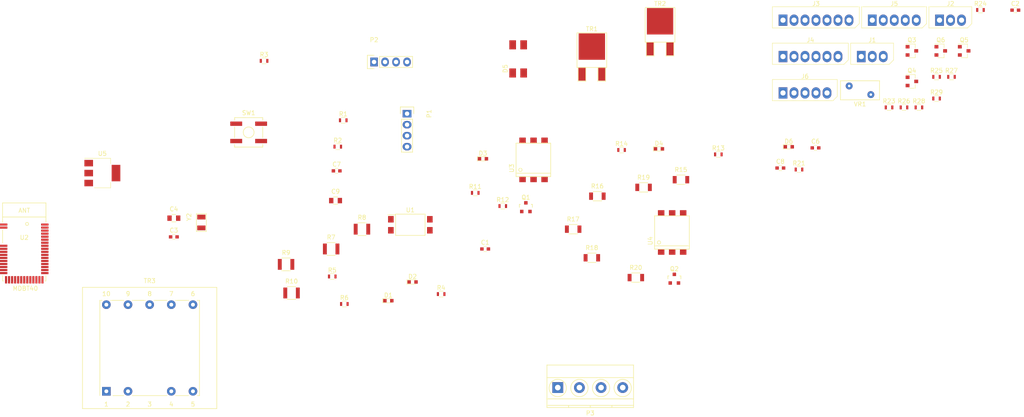
<source format=kicad_pcb>
(kicad_pcb (version 20170922) (host pcbnew no-vcs-found-e0b9a21~60~ubuntu16.04.1)

(general
  (thickness 1.6)
  (drawings 0)
  (tracks 0)
  (zones 0)
  (modules 68)
  (nets 69)
)

(page A4)
(layers
  (0 F.Cu signal)
  (31 B.Cu signal)
  (32 B.Adhes user)
  (33 F.Adhes user)
  (34 B.Paste user)
  (35 F.Paste user)
  (36 B.SilkS user)
  (37 F.SilkS user)
  (38 B.Mask user)
  (39 F.Mask user)
  (40 Dwgs.User user)
  (41 Cmts.User user)
  (42 Eco1.User user)
  (43 Eco2.User user)
  (44 Edge.Cuts user)
  (45 Margin user)
  (46 B.CrtYd user)
  (47 F.CrtYd user)
  (48 B.Fab user)
  (49 F.Fab user)
)


(general
  (thickness 1.6)
  (drawings 0)
  (tracks 0)
  (zones 0)
  (modules 68)
  (nets 69)
)

(page A4)
(layers
  (0 F.Cu signal)
  (31 B.Cu signal)
  (32 B.Adhes user)
  (33 F.Adhes user)
  (34 B.Paste user)
  (35 F.Paste user)
  (36 B.SilkS user)
  (37 F.SilkS user)
  (38 B.Mask user)
  (39 F.Mask user)
  (40 Dwgs.User user)
  (41 Cmts.User user)
  (42 Eco1.User user)
  (43 Eco2.User user)
  (44 Edge.Cuts user)
  (45 Margin user)
  (46 B.CrtYd user)
  (47 F.CrtYd user)
  (48 B.Fab user)
  (49 F.Fab user)
)

(setup
  (last_trace_width 0.25)
  (trace_clearance 0.2)
  (zone_clearance 0.508)
  (zone_45_only no)
  (trace_min 0.2)
  (segment_width 0.2)
  (edge_width 0.15)
  (via_size 0.6)
  (via_drill 0.4)
  (via_min_size 0.4)
  (via_min_drill 0.3)
  (uvia_size 0.3)
  (uvia_drill 0.1)
  (uvias_allowed no)
  (uvia_min_size 0.2)
  (uvia_min_drill 0.1)
  (pcb_text_width 0.3)
  (pcb_text_size 1.5 1.5)
  (mod_edge_width 0.15)
  (mod_text_size 1 1)
  (mod_text_width 0.15)
  (pad_size 1.524 1.524)
  (pad_drill 0.762)
  (pad_to_mask_clearance 0.2)
  (aux_axis_origin 0 0)
  (visible_elements 7FFFFFFF)
  (pcbplotparams
    (layerselection 0x00030_80000001)
    (usegerberextensions false)
    (usegerberattributes true)
    (usegerberadvancedattributes true)
    (creategerberjobfile true)
    (excludeedgelayer true)
    (linewidth 0.100000)
    (plotframeref false)
    (viasonmask false)
    (mode 1)
    (useauxorigin false)
    (hpglpennumber 1)
    (hpglpenspeed 20)
    (hpglpendiameter 15)
    (psnegative false)
    (psa4output false)
    (plotreference true)
    (plotvalue true)
    (plotinvisibletext false)
    (padsonsilk false)
    (subtractmaskfromsilk false)
    (outputformat 1)
    (mirror false)
    (drillshape 1)
    (scaleselection 1)
    (outputdirectory ""))
)

(net 0 "")
(net 1 GND)
(net 2 "Net-(C3-Pad2)")
(net 3 "Net-(C4-Pad2)")
(net 4 +3V3)
(net 5 /SWDIO/RESET)
(net 6 /SWDCLK)
(net 7 /RX)
(net 8 /TX)
(net 9 "Net-(D1-Pad2)")
(net 10 "Net-(D2-Pad2)")
(net 11 /ZC_DETECT/ZC_DETECT)
(net 12 "Net-(R4-Pad2)")
(net 13 "Net-(R7-Pad1)")
(net 14 "Net-(R7-Pad2)")
(net 15 "Net-(R10-Pad2)")
(net 16 "Net-(R8-Pad2)")
(net 17 "Net-(D3-Pad2)")
(net 18 "Net-(D3-Pad1)")
(net 19 "Net-(R12-Pad2)")
(net 20 "Net-(D4-Pad2)")
(net 21 "Net-(D4-Pad1)")
(net 22 "Net-(R14-Pad2)")
(net 23 "Net-(R15-Pad1)")
(net 24 "Net-(R16-Pad1)")
(net 25 "Net-(R16-Pad2)")
(net 26 "Net-(R17-Pad1)")
(net 27 "Net-(R18-Pad1)")
(net 28 "Net-(R18-Pad2)")
(net 29 /ZC_DETECT)
(net 30 /RESET)
(net 31 "Net-(C5-Pad1)")
(net 32 "Net-(D5-Pad4)")
(net 33 "Net-(D6-Pad2)")
(net 34 "Net-(J1-Pad3)")
(net 35 "Net-(J1-Pad2)")
(net 36 "Net-(J2-Pad2)")
(net 37 "Net-(J2-Pad3)")
(net 38 "Net-(J3-Pad5)")
(net 39 "Net-(J3-Pad4)")
(net 40 "Net-(J3-Pad3)")
(net 41 "Net-(J3-Pad2)")
(net 42 /DTR)
(net 43 /RTS)
(net 44 /TOUCH0)
(net 45 /TOUCH2)
(net 46 /TOUCH7)
(net 47 /TOUCH8)
(net 48 /TOUCH6/MTMS)
(net 49 /TOUCH5/MTDI)
(net 50 /TOUCH4/MTCK)
(net 51 /TOUCH3/MTDO)
(net 52 /N)
(net 53 /TR2_L_OUT)
(net 54 /L_IN)
(net 55 /TR1_L_OUT)
(net 56 /TR1_CTRL)
(net 57 /TR2_CTRL)
(net 58 /LED1)
(net 59 /LED2)
(net 60 "Net-(Q5-Pad1)")
(net 61 "Net-(Q6-Pad1)")
(net 62 /BOOT)
(net 63 /DEBUG_LED)
(net 64 /230_VAC_L)
(net 65 "Net-(U3-Pad5)")
(net 66 "Net-(U3-Pad3)")
(net 67 "Net-(U4-Pad5)")
(net 68 "Net-(U4-Pad3)")

(net_class Default "This is the default net class."
  (clearance 0.2)
  (trace_width 0.25)
  (via_dia 0.6)
  (via_drill 0.4)
  (uvia_dia 0.3)
  (uvia_drill 0.1)
  (add_net +3V3)
  (add_net /230_VAC_L)
  (add_net /BOOT)
  (add_net /DEBUG_LED)
  (add_net /DTR)
  (add_net /LED1)
  (add_net /LED2)
  (add_net /L_IN)
  (add_net /N)
  (add_net /RESET)
  (add_net /RTS)
  (add_net /RX)
  (add_net /SWDCLK)
  (add_net /SWDIO/RESET)
  (add_net /TOUCH0)
  (add_net /TOUCH2)
  (add_net /TOUCH3/MTDO)
  (add_net /TOUCH4/MTCK)
  (add_net /TOUCH5/MTDI)
  (add_net /TOUCH6/MTMS)
  (add_net /TOUCH7)
  (add_net /TOUCH8)
  (add_net /TR1_CTRL)
  (add_net /TR1_L_OUT)
  (add_net /TR2_CTRL)
  (add_net /TR2_L_OUT)
  (add_net /TX)
  (add_net /ZC_DETECT)
  (add_net /ZC_DETECT/ZC_DETECT)
  (add_net GND)
  (add_net "Net-(C3-Pad2)")
  (add_net "Net-(C4-Pad2)")
  (add_net "Net-(C5-Pad1)")
  (add_net "Net-(D1-Pad2)")
  (add_net "Net-(D2-Pad2)")
  (add_net "Net-(D3-Pad1)")
  (add_net "Net-(D3-Pad2)")
  (add_net "Net-(D4-Pad1)")
  (add_net "Net-(D4-Pad2)")
  (add_net "Net-(D5-Pad4)")
  (add_net "Net-(D6-Pad2)")
  (add_net "Net-(J1-Pad2)")
  (add_net "Net-(J1-Pad3)")
  (add_net "Net-(J2-Pad2)")
  (add_net "Net-(J2-Pad3)")
  (add_net "Net-(J3-Pad2)")
  (add_net "Net-(J3-Pad3)")
  (add_net "Net-(J3-Pad4)")
  (add_net "Net-(J3-Pad5)")
  (add_net "Net-(Q5-Pad1)")
  (add_net "Net-(Q6-Pad1)")
  (add_net "Net-(R10-Pad2)")
  (add_net "Net-(R12-Pad2)")
  (add_net "Net-(R14-Pad2)")
  (add_net "Net-(R15-Pad1)")
  (add_net "Net-(R16-Pad1)")
  (add_net "Net-(R16-Pad2)")
  (add_net "Net-(R17-Pad1)")
  (add_net "Net-(R18-Pad1)")
  (add_net "Net-(R18-Pad2)")
  (add_net "Net-(R4-Pad2)")
  (add_net "Net-(R7-Pad1)")
  (add_net "Net-(R7-Pad2)")
  (add_net "Net-(R8-Pad2)")
  (add_net "Net-(U3-Pad3)")
  (add_net "Net-(U3-Pad5)")
  (add_net "Net-(U4-Pad3)")
  (add_net "Net-(U4-Pad5)")
)

  (module Capacitors_SMD:C_0805 (layer F.Cu) (tedit 5415D6EA) (tstamp 579516D7)
    (at 78.74 84.582)
    (descr "Capacitor SMD 0805, reflow soldering, AVX (see smccp.pdf)")
    (tags "capacitor 0805")
    (path /57955410)
    (attr smd)
    (fp_text reference C4 (at 0 -2.1) (layer F.SilkS)
      (effects (font (size 1 1) (thickness 0.15)))
    )
    (fp_text value 22pF (at 0 2.1) (layer F.Fab)
      (effects (font (size 1 1) (thickness 0.15)))
    )
    (fp_line (start -1.8 -1) (end 1.8 -1) (layer F.CrtYd) (width 0.05))
    (fp_line (start -1.8 1) (end 1.8 1) (layer F.CrtYd) (width 0.05))
    (fp_line (start -1.8 -1) (end -1.8 1) (layer F.CrtYd) (width 0.05))
    (fp_line (start 1.8 -1) (end 1.8 1) (layer F.CrtYd) (width 0.05))
    (fp_line (start 0.5 -0.85) (end -0.5 -0.85) (layer F.SilkS) (width 0.15))
    (fp_line (start -0.5 0.85) (end 0.5 0.85) (layer F.SilkS) (width 0.15))
    (pad 1 smd rect (at -1 0) (size 1 1.25) (layers F.Cu F.Paste F.Mask)
      (net 1 GND))
    (pad 2 smd rect (at 1 0) (size 1 1.25) (layers F.Cu F.Paste F.Mask)
      (net 3 "Net-(C4-Pad2)"))
    (model Capacitors_SMD.3dshapes/C_0805.wrl
      (at (xyz 0 0 0))
      (scale (xyz 1 1 1))
      (rotate (xyz 0 0 0))
    )
  )

  (module EgertKiCad_lib:Crystal_ECX-31B (layer F.Cu) (tedit 57962A82) (tstamp 5818D082)
    (at 85.09 84.328 90)
    (path /57952961)
    (fp_text reference Y2 (at 0 -2.85 90) (layer F.SilkS)
      (effects (font (size 1 1) (thickness 0.15)))
    )
    (fp_text value Crystal (at 0 -1.9 90) (layer F.Fab)
      (effects (font (size 1 1) (thickness 0.15)))
    )
    (fp_line (start -1.651 -1.143) (end 0.762 -1.143) (layer F.SilkS) (width 0.15))
    (fp_line (start 0.762 -1.143) (end 0.762 1.143) (layer F.SilkS) (width 0.15))
    (fp_line (start 0.762 1.143) (end -3.302 1.143) (layer F.SilkS) (width 0.15))
    (fp_line (start -3.302 1.143) (end -3.302 -1.143) (layer F.SilkS) (width 0.15))
    (fp_line (start -3.302 -1.143) (end -1.651 -1.143) (layer F.SilkS) (width 0.15))
    (pad 1 smd rect (at -2.5 0 90) (size 1.1 1.9) (layers F.Cu F.Paste F.Mask)
      (net 2 "Net-(C3-Pad2)"))
    (pad 2 smd rect (at 0 0 90) (size 1.1 1.9) (layers F.Cu F.Paste F.Mask)
      (net 3 "Net-(C4-Pad2)"))
  )

  (module EgertKiCad_lib:MDBT40 (layer F.Cu) (tedit 56C27FCB) (tstamp 5818D217)
    (at 44.196 99.06)
    (path /5818CC93)
    (fp_text reference U2 (at 0 -10) (layer F.SilkS)
      (effects (font (size 1 1) (thickness 0.15)))
    )
    (fp_text value MDBT40 (at 0.25 1.75) (layer F.SilkS)
      (effects (font (size 1 1) (thickness 0.15)))
    )
    (fp_line (start 5 -13.5) (end 5 -18) (layer F.SilkS) (width 0.15))
    (fp_line (start -5 -13.5) (end -5 -18) (layer F.SilkS) (width 0.15))
    (fp_line (start -5 -8.75) (end -5 -11.75) (layer F.SilkS) (width 0.15))
    (fp_circle (center 0.65 -13.15) (end 1 -13.15) (layer F.SilkS) (width 0.15))
    (fp_text user ANT (at 0 -16.25) (layer F.SilkS)
      (effects (font (size 1 1) (thickness 0.15)))
    )
    (fp_line (start -5 -14.75) (end 5 -14.75) (layer F.SilkS) (width 0.15))
    (fp_line (start 5 -18) (end -5 -18) (layer F.SilkS) (width 0.15))
    (fp_line (start -5 -1.25) (end -5 0) (layer F.SilkS) (width 0.15))
    (fp_line (start -5 0) (end -4.75 0) (layer F.SilkS) (width 0.15))
    (fp_line (start 5 0) (end 5 -1.25) (layer F.SilkS) (width 0.15))
    (fp_line (start 4.75 0) (end 5 0) (layer F.SilkS) (width 0.15))
    (pad 13 smd rect (at -4.2 -0.25) (size 0.5 1.7) (layers F.Cu F.Paste F.Mask)
      (net 1 GND))
    (pad 14 smd rect (at -3.5 -0.25) (size 0.5 1.7) (layers F.Cu F.Paste F.Mask)
      (net 4 +3V3))
    (pad 15 smd rect (at -2.8 -0.25) (size 0.5 1.7) (layers F.Cu F.Paste F.Mask))
    (pad 16 smd rect (at -2.1 -0.25) (size 0.5 1.7) (layers F.Cu F.Paste F.Mask))
    (pad 17 smd rect (at -1.4 -0.25) (size 0.5 1.7) (layers F.Cu F.Paste F.Mask))
    (pad 18 smd rect (at -0.7 -0.25) (size 0.5 1.7) (layers F.Cu F.Paste F.Mask)
      (net 11 /ZC_DETECT/ZC_DETECT))
    (pad 19 smd rect (at 0 -0.25) (size 0.5 1.7) (layers F.Cu F.Paste F.Mask))
    (pad 20 smd rect (at 0.7 -0.25) (size 0.5 1.7) (layers F.Cu F.Paste F.Mask))
    (pad 21 smd rect (at 1.4 -0.25) (size 0.5 1.7) (layers F.Cu F.Paste F.Mask))
    (pad 22 smd rect (at 2.1 -0.25) (size 0.5 1.7) (layers F.Cu F.Paste F.Mask))
    (pad 23 smd rect (at 2.8 -0.25) (size 0.5 1.7) (layers F.Cu F.Paste F.Mask))
    (pad 24 smd rect (at 3.5 -0.25) (size 0.5 1.7) (layers F.Cu F.Paste F.Mask))
    (pad 25 smd rect (at 4.2 -0.25) (size 0.5 1.7) (layers F.Cu F.Paste F.Mask)
      (net 1 GND))
    (pad 1 smd rect (at -4.75 -13) (size 1.7 0.5) (layers F.Cu F.Paste F.Mask)
      (net 1 GND))
    (pad 2 smd rect (at -4.75 -12.3) (size 1.7 0.5) (layers F.Cu F.Paste F.Mask)
      (net 1 GND))
    (pad 26 smd rect (at 4.75 -1.8) (size 1.7 0.5) (layers F.Cu F.Paste F.Mask)
      (net 12 "Net-(R4-Pad2)"))
    (pad 27 smd rect (at 4.75 -2.5) (size 1.7 0.5) (layers F.Cu F.Paste F.Mask))
    (pad 28 smd rect (at 4.75 -3.2) (size 1.7 0.5) (layers F.Cu F.Paste F.Mask))
    (pad 29 smd rect (at 4.75 -3.9) (size 1.7 0.5) (layers F.Cu F.Paste F.Mask))
    (pad 30 smd rect (at 4.75 -4.6) (size 1.7 0.5) (layers F.Cu F.Paste F.Mask)
      (net 7 /RX))
    (pad 31 smd rect (at 4.75 -5.3) (size 1.7 0.5) (layers F.Cu F.Paste F.Mask)
      (net 8 /TX))
    (pad 32 smd rect (at 4.75 -6) (size 1.7 0.5) (layers F.Cu F.Paste F.Mask))
    (pad 33 smd rect (at 4.75 -6.7) (size 1.7 0.5) (layers F.Cu F.Paste F.Mask))
    (pad 34 smd rect (at 4.75 -7.4) (size 1.7 0.5) (layers F.Cu F.Paste F.Mask))
    (pad 35 smd rect (at 4.75 -8.1) (size 1.7 0.5) (layers F.Cu F.Paste F.Mask)
      (net 5 /SWDIO/RESET))
    (pad 36 smd rect (at 4.75 -8.8) (size 1.7 0.5) (layers F.Cu F.Paste F.Mask)
      (net 6 /SWDCLK))
    (pad 37 smd rect (at 4.75 -9.5) (size 1.7 0.5) (layers F.Cu F.Paste F.Mask))
    (pad 38 smd rect (at 4.75 -10.2) (size 1.7 0.5) (layers F.Cu F.Paste F.Mask))
    (pad 39 smd rect (at 4.75 -10.9) (size 1.7 0.5) (layers F.Cu F.Paste F.Mask))
    (pad 40 smd rect (at 4.75 -11.6) (size 1.7 0.5) (layers F.Cu F.Paste F.Mask))
    (pad 41 smd rect (at 4.75 -12.3) (size 1.7 0.5) (layers F.Cu F.Paste F.Mask))
    (pad 42 smd rect (at 4.75 -13) (size 1.7 0.5) (layers F.Cu F.Paste F.Mask)
      (net 1 GND))
    (pad 3 smd rect (at -4.75 -8.1) (size 1.7 0.5) (layers F.Cu F.Paste F.Mask)
      (net 4 +3V3))
    (pad 4 smd rect (at -4.75 -7.4) (size 1.7 0.5) (layers F.Cu F.Paste F.Mask))
    (pad 5 smd rect (at -4.75 -6.7) (size 1.7 0.5) (layers F.Cu F.Paste F.Mask))
    (pad 6 smd rect (at -4.75 -6) (size 1.7 0.5) (layers F.Cu F.Paste F.Mask))
    (pad 7 smd rect (at -4.75 -5.3) (size 1.7 0.5) (layers F.Cu F.Paste F.Mask))
    (pad 8 smd rect (at -4.75 -4.6) (size 1.7 0.5) (layers F.Cu F.Paste F.Mask))
    (pad 9 smd rect (at -4.75 -3.9) (size 1.7 0.5) (layers F.Cu F.Paste F.Mask)
      (net 3 "Net-(C4-Pad2)"))
    (pad 10 smd rect (at -4.75 -3.2) (size 1.7 0.5) (layers F.Cu F.Paste F.Mask)
      (net 2 "Net-(C3-Pad2)"))
    (pad 11 smd rect (at -4.75 -2.5) (size 1.7 0.5) (layers F.Cu F.Paste F.Mask))
    (pad 12 smd rect (at -4.75 -1.8) (size 1.7 0.5) (layers F.Cu F.Paste F.Mask))
  )

  (module Capacitors_SMD:C_0805 (layer F.Cu) (tedit 5415D6EA) (tstamp 581E48AA)
    (at 116.078 80.518)
    (descr "Capacitor SMD 0805, reflow soldering, AVX (see smccp.pdf)")
    (tags "capacitor 0805")
    (path /57964778)
    (attr smd)
    (fp_text reference C9 (at 0 -2.1) (layer F.SilkS)
      (effects (font (size 1 1) (thickness 0.15)))
    )
    (fp_text value 1u (at 0 2.1) (layer F.Fab)
      (effects (font (size 1 1) (thickness 0.15)))
    )
    (fp_line (start -1 0.625) (end -1 -0.625) (layer F.Fab) (width 0.15))
    (fp_line (start 1 0.625) (end -1 0.625) (layer F.Fab) (width 0.15))
    (fp_line (start 1 -0.625) (end 1 0.625) (layer F.Fab) (width 0.15))
    (fp_line (start -1 -0.625) (end 1 -0.625) (layer F.Fab) (width 0.15))
    (fp_line (start -1.8 -1) (end 1.8 -1) (layer F.CrtYd) (width 0.05))
    (fp_line (start -1.8 1) (end 1.8 1) (layer F.CrtYd) (width 0.05))
    (fp_line (start -1.8 -1) (end -1.8 1) (layer F.CrtYd) (width 0.05))
    (fp_line (start 1.8 -1) (end 1.8 1) (layer F.CrtYd) (width 0.05))
    (fp_line (start 0.5 -0.85) (end -0.5 -0.85) (layer F.SilkS) (width 0.15))
    (fp_line (start -0.5 0.85) (end 0.5 0.85) (layer F.SilkS) (width 0.15))
    (pad 1 smd rect (at -1 0) (size 1 1.25) (layers F.Cu F.Paste F.Mask)
      (net 4 +3V3))
    (pad 2 smd rect (at 1 0) (size 1 1.25) (layers F.Cu F.Paste F.Mask)
      (net 1 GND))
    (model Capacitors_SMD.3dshapes/C_0805.wrl
      (at (xyz 0 0 0))
      (scale (xyz 1 1 1))
      (rotate (xyz 0 0 0))
    )
  )

  (module Buttons_Switches_SMD:SW_SPST_B3SL-1022P (layer F.Cu) (tedit 56ED9E57) (tstamp 581E4AD2)
    (at 96.012 64.77)
    (descr "Middle Stroke Tactile Switch, B3SL")
    (tags "Middle Stroke Tactile Switch")
    (path /59F4E000)
    (attr smd)
    (fp_text reference SW1 (at 0 -4.5) (layer F.SilkS)
      (effects (font (size 1 1) (thickness 0.15)))
    )
    (fp_text value SW_PUSH (at 0 4.75) (layer F.Fab)
      (effects (font (size 1 1) (thickness 0.15)))
    )
    (fp_circle (center 0 0) (end 1.25 0) (layer F.SilkS) (width 0.15))
    (fp_line (start -4.5 3.65) (end 4.5 3.65) (layer F.CrtYd) (width 0.05))
    (fp_line (start 4.5 3.65) (end 4.5 -3.65) (layer F.CrtYd) (width 0.05))
    (fp_line (start 4.5 -3.65) (end -4.5 -3.65) (layer F.CrtYd) (width 0.05))
    (fp_line (start -4.5 -3.65) (end -4.5 3.65) (layer F.CrtYd) (width 0.05))
    (fp_line (start 3.25 2.75) (end 3.25 3.4) (layer F.SilkS) (width 0.15))
    (fp_line (start 3.25 3.4) (end -3.25 3.4) (layer F.SilkS) (width 0.15))
    (fp_line (start -3.25 3.4) (end -3.25 2.75) (layer F.SilkS) (width 0.15))
    (fp_line (start 3.25 -2.75) (end 3.25 -3.4) (layer F.SilkS) (width 0.15))
    (fp_line (start 3.25 -3.4) (end -3.25 -3.4) (layer F.SilkS) (width 0.15))
    (fp_line (start -3.25 -3.4) (end -3.25 -2.75) (layer F.SilkS) (width 0.15))
    (fp_line (start 3.25 -1.25) (end 3.25 1.25) (layer F.SilkS) (width 0.15))
    (fp_line (start -3.25 -1.25) (end -3.25 1.25) (layer F.SilkS) (width 0.15))
    (fp_line (start -3.1 -3.25) (end 3.1 -3.25) (layer F.Fab) (width 0.15))
    (fp_line (start 3.1 -3.25) (end 3.1 3.25) (layer F.Fab) (width 0.15))
    (fp_line (start 3.1 3.25) (end -3.1 3.25) (layer F.Fab) (width 0.15))
    (fp_line (start -3.1 3.25) (end -3.1 -3.25) (layer F.Fab) (width 0.15))
    (pad 1 smd rect (at -2.875 -2) (size 2.75 1) (layers F.Cu F.Paste F.Mask)
      (net 30 /RESET))
    (pad 1 smd rect (at 2.875 -2) (size 2.75 1) (layers F.Cu F.Paste F.Mask)
      (net 30 /RESET))
    (pad 2 smd rect (at 2.875 2) (size 2.75 1) (layers F.Cu F.Paste F.Mask)
      (net 1 GND))
    (pad 2 smd rect (at -2.875 2) (size 2.75 1) (layers F.Cu F.Paste F.Mask)
      (net 1 GND))
  )

  (module Socket_Strips:Socket_Strip_Straight_1x04 (layer F.Cu) (tedit 0) (tstamp 581E50C5)
    (at 132.588 60.452 270)
    (descr "Through hole socket strip")
    (tags "socket strip")
    (path /581E8DDA)
    (fp_text reference P1 (at 0 -5.1 270) (layer F.SilkS)
      (effects (font (size 1 1) (thickness 0.15)))
    )
    (fp_text value PROG (at 0 -3.1 270) (layer F.Fab)
      (effects (font (size 1 1) (thickness 0.15)))
    )
    (fp_line (start -1.75 -1.75) (end -1.75 1.75) (layer F.CrtYd) (width 0.05))
    (fp_line (start 9.4 -1.75) (end 9.4 1.75) (layer F.CrtYd) (width 0.05))
    (fp_line (start -1.75 -1.75) (end 9.4 -1.75) (layer F.CrtYd) (width 0.05))
    (fp_line (start -1.75 1.75) (end 9.4 1.75) (layer F.CrtYd) (width 0.05))
    (fp_line (start 1.27 -1.27) (end 8.89 -1.27) (layer F.SilkS) (width 0.15))
    (fp_line (start 1.27 1.27) (end 8.89 1.27) (layer F.SilkS) (width 0.15))
    (fp_line (start -1.55 1.55) (end 0 1.55) (layer F.SilkS) (width 0.15))
    (fp_line (start 8.89 -1.27) (end 8.89 1.27) (layer F.SilkS) (width 0.15))
    (fp_line (start 1.27 1.27) (end 1.27 -1.27) (layer F.SilkS) (width 0.15))
    (fp_line (start 0 -1.55) (end -1.55 -1.55) (layer F.SilkS) (width 0.15))
    (fp_line (start -1.55 -1.55) (end -1.55 1.55) (layer F.SilkS) (width 0.15))
    (pad 1 thru_hole rect (at 0 0 270) (size 1.7272 2.032) (drill 1.016) (layers *.Cu *.Mask)
      (net 4 +3V3))
    (pad 2 thru_hole oval (at 2.54 0 270) (size 1.7272 2.032) (drill 1.016) (layers *.Cu *.Mask)
      (net 6 /SWDCLK))
    (pad 3 thru_hole oval (at 5.08 0 270) (size 1.7272 2.032) (drill 1.016) (layers *.Cu *.Mask)
      (net 5 /SWDIO/RESET))
    (pad 4 thru_hole oval (at 7.62 0 270) (size 1.7272 2.032) (drill 1.016) (layers *.Cu *.Mask)
      (net 1 GND))
    (model Socket_Strips.3dshapes/Socket_Strip_Straight_1x04.wrl
      (at (xyz 0.15 0 0))
      (scale (xyz 1 1 1))
      (rotate (xyz 0 0 180))
    )
  )

  (module Socket_Strips:Socket_Strip_Straight_1x04 (layer F.Cu) (tedit 0) (tstamp 581E58A2)
    (at 124.968 48.514)
    (descr "Through hole socket strip")
    (tags "socket strip")
    (path /581EB0DF)
    (fp_text reference P2 (at 0 -5.1) (layer F.SilkS)
      (effects (font (size 1 1) (thickness 0.15)))
    )
    (fp_text value UART (at 0 -3.1) (layer F.Fab)
      (effects (font (size 1 1) (thickness 0.15)))
    )
    (fp_line (start -1.75 -1.75) (end -1.75 1.75) (layer F.CrtYd) (width 0.05))
    (fp_line (start 9.4 -1.75) (end 9.4 1.75) (layer F.CrtYd) (width 0.05))
    (fp_line (start -1.75 -1.75) (end 9.4 -1.75) (layer F.CrtYd) (width 0.05))
    (fp_line (start -1.75 1.75) (end 9.4 1.75) (layer F.CrtYd) (width 0.05))
    (fp_line (start 1.27 -1.27) (end 8.89 -1.27) (layer F.SilkS) (width 0.15))
    (fp_line (start 1.27 1.27) (end 8.89 1.27) (layer F.SilkS) (width 0.15))
    (fp_line (start -1.55 1.55) (end 0 1.55) (layer F.SilkS) (width 0.15))
    (fp_line (start 8.89 -1.27) (end 8.89 1.27) (layer F.SilkS) (width 0.15))
    (fp_line (start 1.27 1.27) (end 1.27 -1.27) (layer F.SilkS) (width 0.15))
    (fp_line (start 0 -1.55) (end -1.55 -1.55) (layer F.SilkS) (width 0.15))
    (fp_line (start -1.55 -1.55) (end -1.55 1.55) (layer F.SilkS) (width 0.15))
    (pad 1 thru_hole rect (at 0 0) (size 1.7272 2.032) (drill 1.016) (layers *.Cu *.Mask)
      (net 4 +3V3))
    (pad 2 thru_hole oval (at 2.54 0) (size 1.7272 2.032) (drill 1.016) (layers *.Cu *.Mask)
      (net 7 /RX))
    (pad 3 thru_hole oval (at 5.08 0) (size 1.7272 2.032) (drill 1.016) (layers *.Cu *.Mask)
      (net 8 /TX))
    (pad 4 thru_hole oval (at 7.62 0) (size 1.7272 2.032) (drill 1.016) (layers *.Cu *.Mask)
      (net 1 GND))
    (model Socket_Strips.3dshapes/Socket_Strip_Straight_1x04.wrl
      (at (xyz 0.15 0 0))
      (scale (xyz 1 1 1))
      (rotate (xyz 0 0 180))
    )
  )

  (module Resistors_SMD:R_1210 (layer F.Cu) (tedit 5415D182) (tstamp 581F7776)
    (at 115.062 91.694)
    (descr "Resistor SMD 1210, reflow soldering, Vishay (see dcrcw.pdf)")
    (tags "resistor 1210")
    (path /581F3B6C/581F3C20)
    (attr smd)
    (fp_text reference R7 (at 0 -2.7) (layer F.SilkS)
      (effects (font (size 1 1) (thickness 0.15)))
    )
    (fp_text value 39k (at 0 2.7) (layer F.Fab)
      (effects (font (size 1 1) (thickness 0.15)))
    )
    (fp_line (start -2.2 -1.6) (end 2.2 -1.6) (layer F.CrtYd) (width 0.05))
    (fp_line (start -2.2 1.6) (end 2.2 1.6) (layer F.CrtYd) (width 0.05))
    (fp_line (start -2.2 -1.6) (end -2.2 1.6) (layer F.CrtYd) (width 0.05))
    (fp_line (start 2.2 -1.6) (end 2.2 1.6) (layer F.CrtYd) (width 0.05))
    (fp_line (start 1 1.475) (end -1 1.475) (layer F.SilkS) (width 0.15))
    (fp_line (start -1 -1.475) (end 1 -1.475) (layer F.SilkS) (width 0.15))
    (pad 1 smd rect (at -1.45 0) (size 0.9 2.5) (layers F.Cu F.Paste F.Mask)
      (net 13 "Net-(R7-Pad1)"))
    (pad 2 smd rect (at 1.45 0) (size 0.9 2.5) (layers F.Cu F.Paste F.Mask)
      (net 14 "Net-(R7-Pad2)"))
    (model Resistors_SMD.3dshapes/R_1210.wrl
      (at (xyz 0 0 0))
      (scale (xyz 1 1 1))
      (rotate (xyz 0 0 0))
    )
  )

  (module Resistors_SMD:R_1210 (layer F.Cu) (tedit 5415D182) (tstamp 581F7782)
    (at 122.174 87.122)
    (descr "Resistor SMD 1210, reflow soldering, Vishay (see dcrcw.pdf)")
    (tags "resistor 1210")
    (path /581F3B6C/581F3CD4)
    (attr smd)
    (fp_text reference R8 (at 0 -2.7) (layer F.SilkS)
      (effects (font (size 1 1) (thickness 0.15)))
    )
    (fp_text value 39k (at 0 2.7) (layer F.Fab)
      (effects (font (size 1 1) (thickness 0.15)))
    )
    (fp_line (start -2.2 -1.6) (end 2.2 -1.6) (layer F.CrtYd) (width 0.05))
    (fp_line (start -2.2 1.6) (end 2.2 1.6) (layer F.CrtYd) (width 0.05))
    (fp_line (start -2.2 -1.6) (end -2.2 1.6) (layer F.CrtYd) (width 0.05))
    (fp_line (start 2.2 -1.6) (end 2.2 1.6) (layer F.CrtYd) (width 0.05))
    (fp_line (start 1 1.475) (end -1 1.475) (layer F.SilkS) (width 0.15))
    (fp_line (start -1 -1.475) (end 1 -1.475) (layer F.SilkS) (width 0.15))
    (pad 1 smd rect (at -1.45 0) (size 0.9 2.5) (layers F.Cu F.Paste F.Mask)
      (net 15 "Net-(R10-Pad2)"))
    (pad 2 smd rect (at 1.45 0) (size 0.9 2.5) (layers F.Cu F.Paste F.Mask)
      (net 16 "Net-(R8-Pad2)"))
    (model Resistors_SMD.3dshapes/R_1210.wrl
      (at (xyz 0 0 0))
      (scale (xyz 1 1 1))
      (rotate (xyz 0 0 0))
    )
  )

  (module Resistors_SMD:R_1210 (layer F.Cu) (tedit 5415D182) (tstamp 581F778E)
    (at 104.648 95.25)
    (descr "Resistor SMD 1210, reflow soldering, Vishay (see dcrcw.pdf)")
    (tags "resistor 1210")
    (path /581F3B6C/581F3BAB)
    (attr smd)
    (fp_text reference R9 (at 0 -2.7) (layer F.SilkS)
      (effects (font (size 1 1) (thickness 0.15)))
    )
    (fp_text value 39k (at 0 2.7) (layer F.Fab)
      (effects (font (size 1 1) (thickness 0.15)))
    )
    (fp_line (start -2.2 -1.6) (end 2.2 -1.6) (layer F.CrtYd) (width 0.05))
    (fp_line (start -2.2 1.6) (end 2.2 1.6) (layer F.CrtYd) (width 0.05))
    (fp_line (start -2.2 -1.6) (end -2.2 1.6) (layer F.CrtYd) (width 0.05))
    (fp_line (start 2.2 -1.6) (end 2.2 1.6) (layer F.CrtYd) (width 0.05))
    (fp_line (start 1 1.475) (end -1 1.475) (layer F.SilkS) (width 0.15))
    (fp_line (start -1 -1.475) (end 1 -1.475) (layer F.SilkS) (width 0.15))
    (pad 1 smd rect (at -1.45 0) (size 0.9 2.5) (layers F.Cu F.Paste F.Mask)
      (net 64 /230_VAC_L))
    (pad 2 smd rect (at 1.45 0) (size 0.9 2.5) (layers F.Cu F.Paste F.Mask)
      (net 13 "Net-(R7-Pad1)"))
    (model Resistors_SMD.3dshapes/R_1210.wrl
      (at (xyz 0 0 0))
      (scale (xyz 1 1 1))
      (rotate (xyz 0 0 0))
    )
  )

  (module Resistors_SMD:R_1210 (layer F.Cu) (tedit 5415D182) (tstamp 581F779A)
    (at 105.918 101.854)
    (descr "Resistor SMD 1210, reflow soldering, Vishay (see dcrcw.pdf)")
    (tags "resistor 1210")
    (path /581F3B6C/581F3C46)
    (attr smd)
    (fp_text reference R10 (at 0 -2.7) (layer F.SilkS)
      (effects (font (size 1 1) (thickness 0.15)))
    )
    (fp_text value 39k (at 0 2.7) (layer F.Fab)
      (effects (font (size 1 1) (thickness 0.15)))
    )
    (fp_line (start -2.2 -1.6) (end 2.2 -1.6) (layer F.CrtYd) (width 0.05))
    (fp_line (start -2.2 1.6) (end 2.2 1.6) (layer F.CrtYd) (width 0.05))
    (fp_line (start -2.2 -1.6) (end -2.2 1.6) (layer F.CrtYd) (width 0.05))
    (fp_line (start 2.2 -1.6) (end 2.2 1.6) (layer F.CrtYd) (width 0.05))
    (fp_line (start 1 1.475) (end -1 1.475) (layer F.SilkS) (width 0.15))
    (fp_line (start -1 -1.475) (end 1 -1.475) (layer F.SilkS) (width 0.15))
    (pad 1 smd rect (at -1.45 0) (size 0.9 2.5) (layers F.Cu F.Paste F.Mask)
      (net 52 /N))
    (pad 2 smd rect (at 1.45 0) (size 0.9 2.5) (layers F.Cu F.Paste F.Mask)
      (net 15 "Net-(R10-Pad2)"))
    (model Resistors_SMD.3dshapes/R_1210.wrl
      (at (xyz 0 0 0))
      (scale (xyz 1 1 1))
      (rotate (xyz 0 0 0))
    )
  )

  (module Opto-Devices:Optocoupler_SMD_LTV-817S (layer F.Cu) (tedit 580BABC8) (tstamp 581F77AF)
    (at 133.35 86.106)
    (descr "Optoisolator Transistor Output 5000Vrms 1 Channel LTV-817S")
    (tags optocoupler)
    (path /581F3B6C/581F7046)
    (attr smd)
    (fp_text reference U1 (at 0 -3.4) (layer F.SilkS)
      (effects (font (size 1 1) (thickness 0.15)))
    )
    (fp_text value LTV-814 (at 0 3.8) (layer F.Fab)
      (effects (font (size 1 1) (thickness 0.15)))
    )
    (fp_line (start -3.4 -2.3) (end -5.2 -2.3) (layer F.SilkS) (width 0.15))
    (fp_line (start -5.4 -2.7) (end -5.4 2.7) (layer F.CrtYd) (width 0.05))
    (fp_line (start 5.4 -2.7) (end -5.4 -2.7) (layer F.CrtYd) (width 0.05))
    (fp_line (start 5.4 2.7) (end 5.4 -2.7) (layer F.CrtYd) (width 0.05))
    (fp_line (start -5.4 2.7) (end 5.4 2.7) (layer F.CrtYd) (width 0.05))
    (fp_line (start 3.4 -2.45) (end 3.4 2.45) (layer F.SilkS) (width 0.15))
    (fp_line (start -3.4 2.45) (end -3.4 -2.45) (layer F.SilkS) (width 0.15))
    (fp_line (start 3.4 2.45) (end -3.4 2.45) (layer F.SilkS) (width 0.15))
    (fp_line (start 3.4 -2.45) (end -3.4 -2.45) (layer F.SilkS) (width 0.15))
    (fp_line (start -3.25 2.3) (end -3.25 -2.3) (layer F.Fab) (width 0.1))
    (fp_line (start 3.25 2.3) (end -3.25 2.3) (layer F.Fab) (width 0.1))
    (fp_line (start 3.25 -2.3) (end 3.25 2.3) (layer F.Fab) (width 0.1))
    (fp_line (start -3.25 -2.3) (end 3.25 -2.3) (layer F.Fab) (width 0.1))
    (pad 4 smd rect (at 4.5 -1.27) (size 1.3 1.5) (layers F.Cu F.Paste F.Mask)
      (net 29 /ZC_DETECT))
    (pad 3 smd rect (at 4.5 1.27) (size 1.3 1.5) (layers F.Cu F.Paste F.Mask)
      (net 1 GND))
    (pad 2 smd rect (at -4.5 1.27) (size 1.3 1.5) (layers F.Cu F.Paste F.Mask)
      (net 16 "Net-(R8-Pad2)"))
    (pad 1 smd rect (at -4.5 -1.27) (size 1.3 1.5) (layers F.Cu F.Paste F.Mask)
      (net 14 "Net-(R7-Pad2)"))
  )

  (module TO_SOT_Packages_SMD:SOT-23 (layer F.Cu) (tedit 553634F8) (tstamp 58235F98)
    (at 160.02 82.042)
    (descr "SOT-23, Standard")
    (tags SOT-23)
    (path /58212355/58212376)
    (attr smd)
    (fp_text reference Q1 (at 0 -2.25) (layer F.SilkS)
      (effects (font (size 1 1) (thickness 0.15)))
    )
    (fp_text value PDTC123J (at 0 2.3) (layer F.Fab)
      (effects (font (size 1 1) (thickness 0.15)))
    )
    (fp_line (start -1.65 -1.6) (end 1.65 -1.6) (layer F.CrtYd) (width 0.05))
    (fp_line (start 1.65 -1.6) (end 1.65 1.6) (layer F.CrtYd) (width 0.05))
    (fp_line (start 1.65 1.6) (end -1.65 1.6) (layer F.CrtYd) (width 0.05))
    (fp_line (start -1.65 1.6) (end -1.65 -1.6) (layer F.CrtYd) (width 0.05))
    (fp_line (start 1.29916 -0.65024) (end 1.2509 -0.65024) (layer F.SilkS) (width 0.15))
    (fp_line (start -1.49982 0.0508) (end -1.49982 -0.65024) (layer F.SilkS) (width 0.15))
    (fp_line (start -1.49982 -0.65024) (end -1.2509 -0.65024) (layer F.SilkS) (width 0.15))
    (fp_line (start 1.29916 -0.65024) (end 1.49982 -0.65024) (layer F.SilkS) (width 0.15))
    (fp_line (start 1.49982 -0.65024) (end 1.49982 0.0508) (layer F.SilkS) (width 0.15))
    (pad 1 smd rect (at -0.95 1.00076) (size 0.8001 0.8001) (layers F.Cu F.Paste F.Mask)
      (net 56 /TR1_CTRL))
    (pad 2 smd rect (at 0.95 1.00076) (size 0.8001 0.8001) (layers F.Cu F.Paste F.Mask)
      (net 1 GND))
    (pad 3 smd rect (at 0 -0.99822) (size 0.8001 0.8001) (layers F.Cu F.Paste F.Mask)
      (net 18 "Net-(D3-Pad1)"))
    (model TO_SOT_Packages_SMD.3dshapes/SOT-23.wrl
      (at (xyz 0 0 0))
      (scale (xyz 1 1 1))
      (rotate (xyz 0 0 0))
    )
  )

  (module EgertKiCad_lib:MOC3021S (layer F.Cu) (tedit 58235CCE) (tstamp 58235FC1)
    (at 159.258 71.12)
    (path /58212355/58212C35)
    (fp_text reference U3 (at -2.5 1.925 90) (layer F.SilkS)
      (effects (font (size 1 1) (thickness 0.15)))
    )
    (fp_text value MOC3021S (at 7.5 0 90) (layer F.Fab)
      (effects (font (size 1 1) (thickness 0.15)))
    )
    (fp_circle (center -0.5 2.31) (end -0.5 1.925) (layer F.SilkS) (width 0.15))
    (fp_line (start -1.5 3.08) (end 6.5 3.08) (layer F.SilkS) (width 0.15))
    (fp_line (start -0.5 -3.85) (end -1.5 -3.85) (layer F.SilkS) (width 0.15))
    (fp_line (start -1.5 -3.85) (end -1.5 3.85) (layer F.SilkS) (width 0.15))
    (fp_line (start -1.5 3.85) (end 6.5 3.85) (layer F.SilkS) (width 0.15))
    (fp_line (start 6.5 3.85) (end 6.5 -3.85) (layer F.SilkS) (width 0.15))
    (fp_line (start 6.5 -3.85) (end -0.5 -3.85) (layer F.SilkS) (width 0.15))
    (pad 6 smd rect (at 0 -4.5) (size 1.5 1.3) (layers F.Cu F.Paste F.Mask)
      (net 23 "Net-(R15-Pad1)"))
    (pad 5 smd rect (at 2.54 -4.5) (size 1.5 1.3) (layers F.Cu F.Paste F.Mask)
      (net 65 "Net-(U3-Pad5)"))
    (pad 4 smd rect (at 5.08 -4.5) (size 1.5 1.3) (layers F.Cu F.Paste F.Mask)
      (net 24 "Net-(R16-Pad1)"))
    (pad 3 smd rect (at 5.08 4.5) (size 1.5 1.3) (layers F.Cu F.Paste F.Mask)
      (net 66 "Net-(U3-Pad3)"))
    (pad 2 smd rect (at 2.54 4.5) (size 1.5 1.3) (layers F.Cu F.Paste F.Mask)
      (net 18 "Net-(D3-Pad1)"))
    (pad 1 smd rect (at 0 4.5) (size 1.5 1.3) (layers F.Cu F.Paste F.Mask)
      (net 19 "Net-(R12-Pad2)"))
  )

  (module TO_SOT_Packages_SMD:SOT-23 (layer F.Cu) (tedit 553634F8) (tstamp 58236407)
    (at 194.31 98.552)
    (descr "SOT-23, Standard")
    (tags SOT-23)
    (path /58212355/58237C0D)
    (attr smd)
    (fp_text reference Q2 (at 0 -2.25) (layer F.SilkS)
      (effects (font (size 1 1) (thickness 0.15)))
    )
    (fp_text value PDTC123J (at 0 2.3) (layer F.Fab)
      (effects (font (size 1 1) (thickness 0.15)))
    )
    (fp_line (start -1.65 -1.6) (end 1.65 -1.6) (layer F.CrtYd) (width 0.05))
    (fp_line (start 1.65 -1.6) (end 1.65 1.6) (layer F.CrtYd) (width 0.05))
    (fp_line (start 1.65 1.6) (end -1.65 1.6) (layer F.CrtYd) (width 0.05))
    (fp_line (start -1.65 1.6) (end -1.65 -1.6) (layer F.CrtYd) (width 0.05))
    (fp_line (start 1.29916 -0.65024) (end 1.2509 -0.65024) (layer F.SilkS) (width 0.15))
    (fp_line (start -1.49982 0.0508) (end -1.49982 -0.65024) (layer F.SilkS) (width 0.15))
    (fp_line (start -1.49982 -0.65024) (end -1.2509 -0.65024) (layer F.SilkS) (width 0.15))
    (fp_line (start 1.29916 -0.65024) (end 1.49982 -0.65024) (layer F.SilkS) (width 0.15))
    (fp_line (start 1.49982 -0.65024) (end 1.49982 0.0508) (layer F.SilkS) (width 0.15))
    (pad 1 smd rect (at -0.95 1.00076) (size 0.8001 0.8001) (layers F.Cu F.Paste F.Mask)
      (net 57 /TR2_CTRL))
    (pad 2 smd rect (at 0.95 1.00076) (size 0.8001 0.8001) (layers F.Cu F.Paste F.Mask)
      (net 1 GND))
    (pad 3 smd rect (at 0 -0.99822) (size 0.8001 0.8001) (layers F.Cu F.Paste F.Mask)
      (net 21 "Net-(D4-Pad1)"))
    (model TO_SOT_Packages_SMD.3dshapes/SOT-23.wrl
      (at (xyz 0 0 0))
      (scale (xyz 1 1 1))
      (rotate (xyz 0 0 0))
    )
  )

  (module Resistors_SMD:R_1206 (layer F.Cu) (tedit 5415CFA7) (tstamp 5823642B)
    (at 195.834 75.692)
    (descr "Resistor SMD 1206, reflow soldering, Vishay (see dcrcw.pdf)")
    (tags "resistor 1206")
    (path /58212355/58236111)
    (attr smd)
    (fp_text reference R15 (at 0 -2.3) (layer F.SilkS)
      (effects (font (size 1 1) (thickness 0.15)))
    )
    (fp_text value 360R (at 0 2.3) (layer F.Fab)
      (effects (font (size 1 1) (thickness 0.15)))
    )
    (fp_line (start -2.2 -1.2) (end 2.2 -1.2) (layer F.CrtYd) (width 0.05))
    (fp_line (start -2.2 1.2) (end 2.2 1.2) (layer F.CrtYd) (width 0.05))
    (fp_line (start -2.2 -1.2) (end -2.2 1.2) (layer F.CrtYd) (width 0.05))
    (fp_line (start 2.2 -1.2) (end 2.2 1.2) (layer F.CrtYd) (width 0.05))
    (fp_line (start 1 1.075) (end -1 1.075) (layer F.SilkS) (width 0.15))
    (fp_line (start -1 -1.075) (end 1 -1.075) (layer F.SilkS) (width 0.15))
    (pad 1 smd rect (at -1.45 0) (size 0.9 1.7) (layers F.Cu F.Paste F.Mask)
      (net 23 "Net-(R15-Pad1)"))
    (pad 2 smd rect (at 1.45 0) (size 0.9 1.7) (layers F.Cu F.Paste F.Mask)
      (net 64 /230_VAC_L))
    (model Resistors_SMD.3dshapes/R_1206.wrl
      (at (xyz 0 0 0))
      (scale (xyz 1 1 1))
      (rotate (xyz 0 0 0))
    )
  )

  (module Resistors_SMD:R_1206 (layer F.Cu) (tedit 5415CFA7) (tstamp 58236437)
    (at 176.53 79.502)
    (descr "Resistor SMD 1206, reflow soldering, Vishay (see dcrcw.pdf)")
    (tags "resistor 1206")
    (path /58212355/58235F81)
    (attr smd)
    (fp_text reference R16 (at 0 -2.3) (layer F.SilkS)
      (effects (font (size 1 1) (thickness 0.15)))
    )
    (fp_text value 360R (at 0 2.3) (layer F.Fab)
      (effects (font (size 1 1) (thickness 0.15)))
    )
    (fp_line (start -2.2 -1.2) (end 2.2 -1.2) (layer F.CrtYd) (width 0.05))
    (fp_line (start -2.2 1.2) (end 2.2 1.2) (layer F.CrtYd) (width 0.05))
    (fp_line (start -2.2 -1.2) (end -2.2 1.2) (layer F.CrtYd) (width 0.05))
    (fp_line (start 2.2 -1.2) (end 2.2 1.2) (layer F.CrtYd) (width 0.05))
    (fp_line (start 1 1.075) (end -1 1.075) (layer F.SilkS) (width 0.15))
    (fp_line (start -1 -1.075) (end 1 -1.075) (layer F.SilkS) (width 0.15))
    (pad 1 smd rect (at -1.45 0) (size 0.9 1.7) (layers F.Cu F.Paste F.Mask)
      (net 24 "Net-(R16-Pad1)"))
    (pad 2 smd rect (at 1.45 0) (size 0.9 1.7) (layers F.Cu F.Paste F.Mask)
      (net 25 "Net-(R16-Pad2)"))
    (model Resistors_SMD.3dshapes/R_1206.wrl
      (at (xyz 0 0 0))
      (scale (xyz 1 1 1))
      (rotate (xyz 0 0 0))
    )
  )

  (module Resistors_SMD:R_1206 (layer F.Cu) (tedit 5415CFA7) (tstamp 58236443)
    (at 170.942 87.122)
    (descr "Resistor SMD 1206, reflow soldering, Vishay (see dcrcw.pdf)")
    (tags "resistor 1206")
    (path /58212355/58237C51)
    (attr smd)
    (fp_text reference R17 (at 0 -2.3) (layer F.SilkS)
      (effects (font (size 1 1) (thickness 0.15)))
    )
    (fp_text value 360R (at 0 2.3) (layer F.Fab)
      (effects (font (size 1 1) (thickness 0.15)))
    )
    (fp_line (start -2.2 -1.2) (end 2.2 -1.2) (layer F.CrtYd) (width 0.05))
    (fp_line (start -2.2 1.2) (end 2.2 1.2) (layer F.CrtYd) (width 0.05))
    (fp_line (start -2.2 -1.2) (end -2.2 1.2) (layer F.CrtYd) (width 0.05))
    (fp_line (start 2.2 -1.2) (end 2.2 1.2) (layer F.CrtYd) (width 0.05))
    (fp_line (start 1 1.075) (end -1 1.075) (layer F.SilkS) (width 0.15))
    (fp_line (start -1 -1.075) (end 1 -1.075) (layer F.SilkS) (width 0.15))
    (pad 1 smd rect (at -1.45 0) (size 0.9 1.7) (layers F.Cu F.Paste F.Mask)
      (net 26 "Net-(R17-Pad1)"))
    (pad 2 smd rect (at 1.45 0) (size 0.9 1.7) (layers F.Cu F.Paste F.Mask)
      (net 64 /230_VAC_L))
    (model Resistors_SMD.3dshapes/R_1206.wrl
      (at (xyz 0 0 0))
      (scale (xyz 1 1 1))
      (rotate (xyz 0 0 0))
    )
  )

  (module Resistors_SMD:R_1206 (layer F.Cu) (tedit 5415CFA7) (tstamp 5823644F)
    (at 175.26 93.726)
    (descr "Resistor SMD 1206, reflow soldering, Vishay (see dcrcw.pdf)")
    (tags "resistor 1206")
    (path /58212355/58237C4B)
    (attr smd)
    (fp_text reference R18 (at 0 -2.3) (layer F.SilkS)
      (effects (font (size 1 1) (thickness 0.15)))
    )
    (fp_text value 360R (at 0 2.3) (layer F.Fab)
      (effects (font (size 1 1) (thickness 0.15)))
    )
    (fp_line (start -2.2 -1.2) (end 2.2 -1.2) (layer F.CrtYd) (width 0.05))
    (fp_line (start -2.2 1.2) (end 2.2 1.2) (layer F.CrtYd) (width 0.05))
    (fp_line (start -2.2 -1.2) (end -2.2 1.2) (layer F.CrtYd) (width 0.05))
    (fp_line (start 2.2 -1.2) (end 2.2 1.2) (layer F.CrtYd) (width 0.05))
    (fp_line (start 1 1.075) (end -1 1.075) (layer F.SilkS) (width 0.15))
    (fp_line (start -1 -1.075) (end 1 -1.075) (layer F.SilkS) (width 0.15))
    (pad 1 smd rect (at -1.45 0) (size 0.9 1.7) (layers F.Cu F.Paste F.Mask)
      (net 27 "Net-(R18-Pad1)"))
    (pad 2 smd rect (at 1.45 0) (size 0.9 1.7) (layers F.Cu F.Paste F.Mask)
      (net 28 "Net-(R18-Pad2)"))
    (model Resistors_SMD.3dshapes/R_1206.wrl
      (at (xyz 0 0 0))
      (scale (xyz 1 1 1))
      (rotate (xyz 0 0 0))
    )
  )

  (module Resistors_SMD:R_1206 (layer F.Cu) (tedit 5415CFA7) (tstamp 5823645B)
    (at 187.198 77.47)
    (descr "Resistor SMD 1206, reflow soldering, Vishay (see dcrcw.pdf)")
    (tags "resistor 1206")
    (path /58212355/58236155)
    (attr smd)
    (fp_text reference R19 (at 0 -2.3) (layer F.SilkS)
      (effects (font (size 1 1) (thickness 0.15)))
    )
    (fp_text value 360R (at 0 2.3) (layer F.Fab)
      (effects (font (size 1 1) (thickness 0.15)))
    )
    (fp_line (start -2.2 -1.2) (end 2.2 -1.2) (layer F.CrtYd) (width 0.05))
    (fp_line (start -2.2 1.2) (end 2.2 1.2) (layer F.CrtYd) (width 0.05))
    (fp_line (start -2.2 -1.2) (end -2.2 1.2) (layer F.CrtYd) (width 0.05))
    (fp_line (start 2.2 -1.2) (end 2.2 1.2) (layer F.CrtYd) (width 0.05))
    (fp_line (start 1 1.075) (end -1 1.075) (layer F.SilkS) (width 0.15))
    (fp_line (start -1 -1.075) (end 1 -1.075) (layer F.SilkS) (width 0.15))
    (pad 1 smd rect (at -1.45 0) (size 0.9 1.7) (layers F.Cu F.Paste F.Mask)
      (net 25 "Net-(R16-Pad2)"))
    (pad 2 smd rect (at 1.45 0) (size 0.9 1.7) (layers F.Cu F.Paste F.Mask)
      (net 55 /TR1_L_OUT))
    (model Resistors_SMD.3dshapes/R_1206.wrl
      (at (xyz 0 0 0))
      (scale (xyz 1 1 1))
      (rotate (xyz 0 0 0))
    )
  )

  (module Resistors_SMD:R_1206 (layer F.Cu) (tedit 5415CFA7) (tstamp 58236467)
    (at 185.42 98.298)
    (descr "Resistor SMD 1206, reflow soldering, Vishay (see dcrcw.pdf)")
    (tags "resistor 1206")
    (path /58212355/58237C57)
    (attr smd)
    (fp_text reference R20 (at 0 -2.3) (layer F.SilkS)
      (effects (font (size 1 1) (thickness 0.15)))
    )
    (fp_text value 360R (at 0 2.3) (layer F.Fab)
      (effects (font (size 1 1) (thickness 0.15)))
    )
    (fp_line (start -2.2 -1.2) (end 2.2 -1.2) (layer F.CrtYd) (width 0.05))
    (fp_line (start -2.2 1.2) (end 2.2 1.2) (layer F.CrtYd) (width 0.05))
    (fp_line (start -2.2 -1.2) (end -2.2 1.2) (layer F.CrtYd) (width 0.05))
    (fp_line (start 2.2 -1.2) (end 2.2 1.2) (layer F.CrtYd) (width 0.05))
    (fp_line (start 1 1.075) (end -1 1.075) (layer F.SilkS) (width 0.15))
    (fp_line (start -1 -1.075) (end 1 -1.075) (layer F.SilkS) (width 0.15))
    (pad 1 smd rect (at -1.45 0) (size 0.9 1.7) (layers F.Cu F.Paste F.Mask)
      (net 28 "Net-(R18-Pad2)"))
    (pad 2 smd rect (at 1.45 0) (size 0.9 1.7) (layers F.Cu F.Paste F.Mask)
      (net 53 /TR2_L_OUT))
    (model Resistors_SMD.3dshapes/R_1206.wrl
      (at (xyz 0 0 0))
      (scale (xyz 1 1 1))
      (rotate (xyz 0 0 0))
    )
  )

  (module EgertKiCad_lib:MOC3021S (layer F.Cu) (tedit 58235CCE) (tstamp 58236478)
    (at 191.262 87.884)
    (path /58212355/58237C37)
    (fp_text reference U4 (at -2.5 1.925 90) (layer F.SilkS)
      (effects (font (size 1 1) (thickness 0.15)))
    )
    (fp_text value MOC3021S (at 7.5 0 90) (layer F.Fab)
      (effects (font (size 1 1) (thickness 0.15)))
    )
    (fp_circle (center -0.5 2.31) (end -0.5 1.925) (layer F.SilkS) (width 0.15))
    (fp_line (start -1.5 3.08) (end 6.5 3.08) (layer F.SilkS) (width 0.15))
    (fp_line (start -0.5 -3.85) (end -1.5 -3.85) (layer F.SilkS) (width 0.15))
    (fp_line (start -1.5 -3.85) (end -1.5 3.85) (layer F.SilkS) (width 0.15))
    (fp_line (start -1.5 3.85) (end 6.5 3.85) (layer F.SilkS) (width 0.15))
    (fp_line (start 6.5 3.85) (end 6.5 -3.85) (layer F.SilkS) (width 0.15))
    (fp_line (start 6.5 -3.85) (end -0.5 -3.85) (layer F.SilkS) (width 0.15))
    (pad 6 smd rect (at 0 -4.5) (size 1.5 1.3) (layers F.Cu F.Paste F.Mask)
      (net 26 "Net-(R17-Pad1)"))
    (pad 5 smd rect (at 2.54 -4.5) (size 1.5 1.3) (layers F.Cu F.Paste F.Mask)
      (net 67 "Net-(U4-Pad5)"))
    (pad 4 smd rect (at 5.08 -4.5) (size 1.5 1.3) (layers F.Cu F.Paste F.Mask)
      (net 27 "Net-(R18-Pad1)"))
    (pad 3 smd rect (at 5.08 4.5) (size 1.5 1.3) (layers F.Cu F.Paste F.Mask)
      (net 68 "Net-(U4-Pad3)"))
    (pad 2 smd rect (at 2.54 4.5) (size 1.5 1.3) (layers F.Cu F.Paste F.Mask)
      (net 21 "Net-(D4-Pad1)"))
    (pad 1 smd rect (at 0 4.5) (size 1.5 1.3) (layers F.Cu F.Paste F.Mask)
      (net 22 "Net-(R14-Pad2)"))
  )

  (module EgertKiCad_lib:SOIC-4 (layer F.Cu) (tedit 5826DD07) (tstamp 582CA97D)
    (at 156.972 51.054)
    (path /582628CE/5826D5CE)
    (fp_text reference D5 (at -1.7 -1 90) (layer F.SilkS)
      (effects (font (size 1 1) (thickness 0.15)))
    )
    (fp_text value Diode_Bridge (at -3.2 -1.7 90) (layer F.Fab)
      (effects (font (size 1 1) (thickness 0.15)))
    )
    (pad 4 smd rect (at 0 -6.5) (size 1.55 2.1) (layers F.Cu F.Paste F.Mask)
      (net 32 "Net-(D5-Pad4)"))
    (pad 3 smd rect (at 2.54 -6.5) (size 1.55 2.1) (layers F.Cu F.Paste F.Mask)
      (net 31 "Net-(C5-Pad1)"))
    (pad 2 smd rect (at 2.54 0) (size 1.55 2.1) (layers F.Cu F.Paste F.Mask)
      (net 1 GND))
    (pad 1 smd rect (at 0 0) (size 1.55 2.1) (layers F.Cu F.Paste F.Mask)
      (net 1 GND))
  )

  (module Terminal_Blocks:TerminalBlock_Pheonix_MKDS1.5-4pol (layer F.Cu) (tedit 56300847) (tstamp 582CA997)
    (at 167.386 123.698)
    (descr "4-way 5mm pitch terminal block, Phoenix MKDS series")
    (path /5823D05F)
    (fp_text reference P3 (at 7.5 5.9) (layer F.SilkS)
      (effects (font (size 1 1) (thickness 0.15)))
    )
    (fp_text value POWER (at 7.5 -6.6) (layer F.Fab)
      (effects (font (size 1 1) (thickness 0.15)))
    )
    (fp_line (start -2.7 -5.4) (end 17.7 -5.4) (layer F.CrtYd) (width 0.05))
    (fp_line (start -2.7 4.8) (end -2.7 -5.4) (layer F.CrtYd) (width 0.05))
    (fp_line (start 17.7 4.8) (end -2.7 4.8) (layer F.CrtYd) (width 0.05))
    (fp_line (start 17.7 -5.4) (end 17.7 4.8) (layer F.CrtYd) (width 0.05))
    (fp_line (start 12.5 4.1) (end 12.5 4.6) (layer F.SilkS) (width 0.15))
    (fp_circle (center 15 0.1) (end 13 0.1) (layer F.SilkS) (width 0.15))
    (fp_circle (center 10 0.1) (end 8 0.1) (layer F.SilkS) (width 0.15))
    (fp_line (start 7.5 4.1) (end 7.5 4.6) (layer F.SilkS) (width 0.15))
    (fp_line (start 2.5 4.1) (end 2.5 4.6) (layer F.SilkS) (width 0.15))
    (fp_circle (center 5 0.1) (end 3 0.1) (layer F.SilkS) (width 0.15))
    (fp_circle (center 0 0.1) (end 2 0.1) (layer F.SilkS) (width 0.15))
    (fp_line (start -2.5 2.6) (end 17.5 2.6) (layer F.SilkS) (width 0.15))
    (fp_line (start -2.5 -2.3) (end 17.5 -2.3) (layer F.SilkS) (width 0.15))
    (fp_line (start -2.5 4.1) (end 17.5 4.1) (layer F.SilkS) (width 0.15))
    (fp_line (start -2.5 4.6) (end 17.5 4.6) (layer F.SilkS) (width 0.15))
    (fp_line (start 17.5 4.6) (end 17.5 -5.2) (layer F.SilkS) (width 0.15))
    (fp_line (start 17.5 -5.2) (end -2.5 -5.2) (layer F.SilkS) (width 0.15))
    (fp_line (start -2.5 -5.2) (end -2.5 4.6) (layer F.SilkS) (width 0.15))
    (pad 4 thru_hole circle (at 15 0) (size 2.5 2.5) (drill 1.3) (layers *.Cu *.Mask)
      (net 52 /N))
    (pad 3 thru_hole circle (at 10 0) (size 2.5 2.5) (drill 1.3) (layers *.Cu *.Mask)
      (net 53 /TR2_L_OUT))
    (pad 1 thru_hole rect (at 0 0) (size 2.5 2.5) (drill 1.3) (layers *.Cu *.Mask)
      (net 54 /L_IN))
    (pad 2 thru_hole circle (at 5 0) (size 2.5 2.5) (drill 1.3) (layers *.Cu *.Mask)
      (net 55 /TR1_L_OUT))
    (model Terminal_Blocks.3dshapes/TerminalBlock_Pheonix_MKDS1.5-4pol.wrl
      (at (xyz 0.2953 0 0))
      (scale (xyz 1 1 1))
      (rotate (xyz 0 0 0))
    )
  )

  (module TO_SOT_Packages_SMD:TO-252-2Lead (layer F.Cu) (tedit 0) (tstamp 582CA9A9)
    (at 175.26 51.308)
    (descr "DPAK / TO-252 2-lead smd package")
    (tags "dpak TO-252")
    (path /58212355/5823B540)
    (attr smd)
    (fp_text reference TR1 (at 0 -10.414) (layer F.SilkS)
      (effects (font (size 1 1) (thickness 0.15)))
    )
    (fp_text value TRIAC (at 0 -2.413) (layer F.Fab)
      (effects (font (size 1 1) (thickness 0.15)))
    )
    (fp_line (start 1.397 -1.524) (end 1.397 1.651) (layer F.SilkS) (width 0.15))
    (fp_line (start 1.397 1.651) (end 3.175 1.651) (layer F.SilkS) (width 0.15))
    (fp_line (start 3.175 1.651) (end 3.175 -1.524) (layer F.SilkS) (width 0.15))
    (fp_line (start -3.175 -1.524) (end -3.175 1.651) (layer F.SilkS) (width 0.15))
    (fp_line (start -3.175 1.651) (end -1.397 1.651) (layer F.SilkS) (width 0.15))
    (fp_line (start -1.397 1.651) (end -1.397 -1.524) (layer F.SilkS) (width 0.15))
    (fp_line (start 3.429 -7.62) (end 3.429 -1.524) (layer F.SilkS) (width 0.15))
    (fp_line (start 3.429 -1.524) (end -3.429 -1.524) (layer F.SilkS) (width 0.15))
    (fp_line (start -3.429 -1.524) (end -3.429 -9.398) (layer F.SilkS) (width 0.15))
    (fp_line (start -3.429 -9.525) (end 3.429 -9.525) (layer F.SilkS) (width 0.15))
    (fp_line (start 3.429 -9.398) (end 3.429 -7.62) (layer F.SilkS) (width 0.15))
    (pad 1 smd rect (at -2.286 0) (size 1.651 3.048) (layers F.Cu F.Paste F.Mask)
      (net 55 /TR1_L_OUT))
    (pad 2 smd rect (at 0 -6.35) (size 6.096 6.096) (layers F.Cu F.Paste F.Mask)
      (net 64 /230_VAC_L))
    (pad 3 smd rect (at 2.286 0) (size 1.651 3.048) (layers F.Cu F.Paste F.Mask)
      (net 25 "Net-(R16-Pad2)"))
    (model TO_SOT_Packages_SMD.3dshapes/TO-252-2Lead.wrl
      (at (xyz 0 0 0))
      (scale (xyz 1 1 1))
      (rotate (xyz 0 0 0))
    )
  )

  (module TO_SOT_Packages_SMD:TO-252-2Lead (layer F.Cu) (tedit 0) (tstamp 582CA9BB)
    (at 191.008 45.466)
    (descr "DPAK / TO-252 2-lead smd package")
    (tags "dpak TO-252")
    (path /58212355/58237C45)
    (attr smd)
    (fp_text reference TR2 (at 0 -10.414) (layer F.SilkS)
      (effects (font (size 1 1) (thickness 0.15)))
    )
    (fp_text value TRIAC (at 0 -2.413) (layer F.Fab)
      (effects (font (size 1 1) (thickness 0.15)))
    )
    (fp_line (start 1.397 -1.524) (end 1.397 1.651) (layer F.SilkS) (width 0.15))
    (fp_line (start 1.397 1.651) (end 3.175 1.651) (layer F.SilkS) (width 0.15))
    (fp_line (start 3.175 1.651) (end 3.175 -1.524) (layer F.SilkS) (width 0.15))
    (fp_line (start -3.175 -1.524) (end -3.175 1.651) (layer F.SilkS) (width 0.15))
    (fp_line (start -3.175 1.651) (end -1.397 1.651) (layer F.SilkS) (width 0.15))
    (fp_line (start -1.397 1.651) (end -1.397 -1.524) (layer F.SilkS) (width 0.15))
    (fp_line (start 3.429 -7.62) (end 3.429 -1.524) (layer F.SilkS) (width 0.15))
    (fp_line (start 3.429 -1.524) (end -3.429 -1.524) (layer F.SilkS) (width 0.15))
    (fp_line (start -3.429 -1.524) (end -3.429 -9.398) (layer F.SilkS) (width 0.15))
    (fp_line (start -3.429 -9.525) (end 3.429 -9.525) (layer F.SilkS) (width 0.15))
    (fp_line (start 3.429 -9.398) (end 3.429 -7.62) (layer F.SilkS) (width 0.15))
    (pad 1 smd rect (at -2.286 0) (size 1.651 3.048) (layers F.Cu F.Paste F.Mask)
      (net 53 /TR2_L_OUT))
    (pad 2 smd rect (at 0 -6.35) (size 6.096 6.096) (layers F.Cu F.Paste F.Mask)
      (net 64 /230_VAC_L))
    (pad 3 smd rect (at 2.286 0) (size 1.651 3.048) (layers F.Cu F.Paste F.Mask)
      (net 28 "Net-(R18-Pad2)"))
    (model TO_SOT_Packages_SMD.3dshapes/TO-252-2Lead.wrl
      (at (xyz 0 0 0))
      (scale (xyz 1 1 1))
      (rotate (xyz 0 0 0))
    )
  )

  (module TEZ-28x33 (layer F.Cu) (tedit 0) (tstamp 582CA9E2)
    (at 73.152 114.554)
    (descr http://www.breve.pl/pdf/ANG/TEZ_ang.pdf)
    (tags "TEZ PCB Transformer")
    (path /582628CE/582CA6AB)
    (fp_text reference TR3 (at 0 -15.5) (layer F.SilkS)
      (effects (font (size 1 1) (thickness 0.15)))
    )
    (fp_text value TEZ1.5-D-1 (at 0 0) (layer F.Fab)
      (effects (font (size 1 1) (thickness 0.15)))
    )
    (fp_line (start 6 11) (end 9 11) (layer F.SilkS) (width 0.15))
    (fp_line (start -4 11) (end 4 11) (layer F.SilkS) (width 0.15))
    (fp_line (start -8.5 11) (end -6 11) (layer F.SilkS) (width 0.15))
    (fp_line (start -11 -11) (end -11.5 -11) (layer F.SilkS) (width 0.15))
    (fp_line (start -11.5 -11) (end -11.5 11) (layer F.SilkS) (width 0.15))
    (fp_line (start -6 -11) (end -9 -11) (layer F.SilkS) (width 0.15))
    (fp_line (start -1 -11) (end -4 -11) (layer F.SilkS) (width 0.15))
    (fp_line (start 4 -11) (end 1 -11) (layer F.SilkS) (width 0.15))
    (fp_line (start 9 -11) (end 6 -11) (layer F.SilkS) (width 0.15))
    (fp_line (start 11 11) (end 11.5 11) (layer F.SilkS) (width 0.15))
    (fp_line (start 11.5 11) (end 11.5 -11) (layer F.SilkS) (width 0.15))
    (fp_line (start 11.5 -11) (end 11 -11) (layer F.SilkS) (width 0.15))
    (fp_text user 10 (at -10 -12.5) (layer F.SilkS)
      (effects (font (size 1 1) (thickness 0.15)))
    )
    (fp_text user 9 (at -5 -12.5) (layer F.SilkS)
      (effects (font (size 1 1) (thickness 0.15)))
    )
    (fp_line (start -15.5 -14) (end 15.5 -14) (layer F.SilkS) (width 0.15))
    (fp_line (start 15.5 -14) (end 15.5 14) (layer F.SilkS) (width 0.15))
    (fp_line (start 15.5 14) (end -15.5 14) (layer F.SilkS) (width 0.15))
    (fp_line (start -15.5 14) (end -15.5 -14) (layer F.SilkS) (width 0.15))
    (fp_text user 8 (at 0 -12.5) (layer F.SilkS)
      (effects (font (size 1 1) (thickness 0.15)))
    )
    (fp_text user 7 (at 5 -12.5) (layer F.SilkS)
      (effects (font (size 1 1) (thickness 0.15)))
    )
    (fp_text user 6 (at 10 -12.5) (layer F.SilkS)
      (effects (font (size 1 1) (thickness 0.15)))
    )
    (fp_text user 5 (at 10 13) (layer F.SilkS)
      (effects (font (size 1 1) (thickness 0.15)))
    )
    (fp_text user 4 (at 5 13) (layer F.SilkS)
      (effects (font (size 1 1) (thickness 0.15)))
    )
    (fp_text user 3 (at 0 13) (layer F.SilkS)
      (effects (font (size 1 1) (thickness 0.15)))
    )
    (fp_text user 2 (at -5 13) (layer F.SilkS)
      (effects (font (size 1 1) (thickness 0.15)))
    )
    (fp_text user 1 (at -10 13) (layer F.SilkS)
      (effects (font (size 1 1) (thickness 0.15)))
    )
    (pad 1 thru_hole rect (at -10 10) (size 2 2) (drill 0.9) (layers *.Cu *.Mask)
      (net 64 /230_VAC_L))
    (pad 2 thru_hole circle (at -5 10) (size 2 2) (drill 0.9) (layers *.Cu *.Mask))
    (pad 4 thru_hole circle (at 5 10) (size 2 2) (drill 0.9) (layers *.Cu *.Mask))
    (pad 5 thru_hole circle (at 10 10) (size 2 2) (drill 0.9) (layers *.Cu *.Mask)
      (net 52 /N))
    (pad 6 thru_hole circle (at 10 -10) (size 2 2) (drill 0.9) (layers *.Cu *.Mask))
    (pad 7 thru_hole circle (at 5 -10) (size 2 2) (drill 0.9) (layers *.Cu *.Mask)
      (net 32 "Net-(D5-Pad4)"))
    (pad 8 thru_hole circle (at 0 -10) (size 2 2) (drill 0.9) (layers *.Cu *.Mask))
    (pad 9 thru_hole circle (at -5 -10) (size 2 2) (drill 0.9) (layers *.Cu *.Mask)
      (net 1 GND))
    (pad 10 thru_hole circle (at -10 -10) (size 2 2) (drill 0.9) (layers *.Cu *.Mask))
  )

  (module Capacitors_SMD:C_0603 (layer F.Cu) (tedit 59958EE7) (tstamp 59F4CCA4)
    (at 273.039524 36.552)
    (descr "Capacitor SMD 0603, reflow soldering, AVX (see smccp.pdf)")
    (tags "capacitor 0603")
    (path /581F3B6C/581F7FBB)
    (attr smd)
    (fp_text reference C2 (at 0 -1.5) (layer F.SilkS)
      (effects (font (size 1 1) (thickness 0.15)))
    )
    (fp_text value 100n (at 0 1.5) (layer F.Fab)
      (effects (font (size 1 1) (thickness 0.15)))
    )
    (fp_text user %R (at 0 0) (layer F.Fab)
      (effects (font (size 0.3 0.3) (thickness 0.075)))
    )
    (fp_line (start -0.8 0.4) (end -0.8 -0.4) (layer F.Fab) (width 0.1))
    (fp_line (start 0.8 0.4) (end -0.8 0.4) (layer F.Fab) (width 0.1))
    (fp_line (start 0.8 -0.4) (end 0.8 0.4) (layer F.Fab) (width 0.1))
    (fp_line (start -0.8 -0.4) (end 0.8 -0.4) (layer F.Fab) (width 0.1))
    (fp_line (start -0.35 -0.6) (end 0.35 -0.6) (layer F.SilkS) (width 0.12))
    (fp_line (start 0.35 0.6) (end -0.35 0.6) (layer F.SilkS) (width 0.12))
    (fp_line (start -1.4 -0.65) (end 1.4 -0.65) (layer F.CrtYd) (width 0.05))
    (fp_line (start -1.4 -0.65) (end -1.4 0.65) (layer F.CrtYd) (width 0.05))
    (fp_line (start 1.4 0.65) (end 1.4 -0.65) (layer F.CrtYd) (width 0.05))
    (fp_line (start 1.4 0.65) (end -1.4 0.65) (layer F.CrtYd) (width 0.05))
    (pad 1 smd rect (at -0.75 0) (size 0.8 0.75) (layers F.Cu F.Paste F.Mask)
      (net 29 /ZC_DETECT))
    (pad 2 smd rect (at 0.75 0) (size 0.8 0.75) (layers F.Cu F.Paste F.Mask)
      (net 1 GND))
    (model Capacitors_SMD.3dshapes/C_0603.wrl
      (at (xyz 0 0 0))
      (scale (xyz 1 1 1))
      (rotate (xyz 0 0 0))
    )
  )

  (module Capacitors_SMD:C_0603 (layer F.Cu) (tedit 59958EE7) (tstamp 59F4CCB5)
    (at 226.901905 68.352)
    (descr "Capacitor SMD 0603, reflow soldering, AVX (see smccp.pdf)")
    (tags "capacitor 0603")
    (path /582628CE/582F097B)
    (attr smd)
    (fp_text reference C6 (at 0 -1.5) (layer F.SilkS)
      (effects (font (size 1 1) (thickness 0.15)))
    )
    (fp_text value 10uF (at 0 1.5) (layer F.Fab)
      (effects (font (size 1 1) (thickness 0.15)))
    )
    (fp_line (start 1.4 0.65) (end -1.4 0.65) (layer F.CrtYd) (width 0.05))
    (fp_line (start 1.4 0.65) (end 1.4 -0.65) (layer F.CrtYd) (width 0.05))
    (fp_line (start -1.4 -0.65) (end -1.4 0.65) (layer F.CrtYd) (width 0.05))
    (fp_line (start -1.4 -0.65) (end 1.4 -0.65) (layer F.CrtYd) (width 0.05))
    (fp_line (start 0.35 0.6) (end -0.35 0.6) (layer F.SilkS) (width 0.12))
    (fp_line (start -0.35 -0.6) (end 0.35 -0.6) (layer F.SilkS) (width 0.12))
    (fp_line (start -0.8 -0.4) (end 0.8 -0.4) (layer F.Fab) (width 0.1))
    (fp_line (start 0.8 -0.4) (end 0.8 0.4) (layer F.Fab) (width 0.1))
    (fp_line (start 0.8 0.4) (end -0.8 0.4) (layer F.Fab) (width 0.1))
    (fp_line (start -0.8 0.4) (end -0.8 -0.4) (layer F.Fab) (width 0.1))
    (fp_text user %R (at 0 0) (layer F.Fab)
      (effects (font (size 0.3 0.3) (thickness 0.075)))
    )
    (pad 2 smd rect (at 0.75 0) (size 0.8 0.75) (layers F.Cu F.Paste F.Mask)
      (net 1 GND))
    (pad 1 smd rect (at -0.75 0) (size 0.8 0.75) (layers F.Cu F.Paste F.Mask)
      (net 31 "Net-(C5-Pad1)"))
    (model Capacitors_SMD.3dshapes/C_0603.wrl
      (at (xyz 0 0 0))
      (scale (xyz 1 1 1))
      (rotate (xyz 0 0 0))
    )
  )

  (module Capacitors_SMD:C_0603 (layer F.Cu) (tedit 59958EE7) (tstamp 59F4CCC6)
    (at 218.781905 73.002)
    (descr "Capacitor SMD 0603, reflow soldering, AVX (see smccp.pdf)")
    (tags "capacitor 0603")
    (path /582628CE/582F1364)
    (attr smd)
    (fp_text reference C8 (at 0 -1.5) (layer F.SilkS)
      (effects (font (size 1 1) (thickness 0.15)))
    )
    (fp_text value 22uF (at 0 1.5) (layer F.Fab)
      (effects (font (size 1 1) (thickness 0.15)))
    )
    (fp_text user %R (at 0 0) (layer F.Fab)
      (effects (font (size 0.3 0.3) (thickness 0.075)))
    )
    (fp_line (start -0.8 0.4) (end -0.8 -0.4) (layer F.Fab) (width 0.1))
    (fp_line (start 0.8 0.4) (end -0.8 0.4) (layer F.Fab) (width 0.1))
    (fp_line (start 0.8 -0.4) (end 0.8 0.4) (layer F.Fab) (width 0.1))
    (fp_line (start -0.8 -0.4) (end 0.8 -0.4) (layer F.Fab) (width 0.1))
    (fp_line (start -0.35 -0.6) (end 0.35 -0.6) (layer F.SilkS) (width 0.12))
    (fp_line (start 0.35 0.6) (end -0.35 0.6) (layer F.SilkS) (width 0.12))
    (fp_line (start -1.4 -0.65) (end 1.4 -0.65) (layer F.CrtYd) (width 0.05))
    (fp_line (start -1.4 -0.65) (end -1.4 0.65) (layer F.CrtYd) (width 0.05))
    (fp_line (start 1.4 0.65) (end 1.4 -0.65) (layer F.CrtYd) (width 0.05))
    (fp_line (start 1.4 0.65) (end -1.4 0.65) (layer F.CrtYd) (width 0.05))
    (pad 1 smd rect (at -0.75 0) (size 0.8 0.75) (layers F.Cu F.Paste F.Mask)
      (net 4 +3V3))
    (pad 2 smd rect (at 0.75 0) (size 0.8 0.75) (layers F.Cu F.Paste F.Mask)
      (net 1 GND))
    (model Capacitors_SMD.3dshapes/C_0603.wrl
      (at (xyz 0 0 0))
      (scale (xyz 1 1 1))
      (rotate (xyz 0 0 0))
    )
  )

  (module LEDs:LED_0603 (layer F.Cu) (tedit 57FE93A5) (tstamp 59F4CCDB)
    (at 220.734286 68.102)
    (descr "LED 0603 smd package")
    (tags "LED led 0603 SMD smd SMT smt smdled SMDLED smtled SMTLED")
    (path /582628CE/582F1613)
    (attr smd)
    (fp_text reference D6 (at 0 -1.25) (layer F.SilkS)
      (effects (font (size 1 1) (thickness 0.15)))
    )
    (fp_text value Led_Small (at 0 1.35) (layer F.Fab)
      (effects (font (size 1 1) (thickness 0.15)))
    )
    (fp_line (start -1.45 -0.65) (end 1.45 -0.65) (layer F.CrtYd) (width 0.05))
    (fp_line (start -1.45 0.65) (end -1.45 -0.65) (layer F.CrtYd) (width 0.05))
    (fp_line (start 1.45 0.65) (end -1.45 0.65) (layer F.CrtYd) (width 0.05))
    (fp_line (start 1.45 -0.65) (end 1.45 0.65) (layer F.CrtYd) (width 0.05))
    (fp_line (start -1.3 -0.5) (end 0.8 -0.5) (layer F.SilkS) (width 0.12))
    (fp_line (start -1.3 0.5) (end 0.8 0.5) (layer F.SilkS) (width 0.12))
    (fp_line (start -0.8 0.4) (end -0.8 -0.4) (layer F.Fab) (width 0.1))
    (fp_line (start -0.8 -0.4) (end 0.8 -0.4) (layer F.Fab) (width 0.1))
    (fp_line (start 0.8 -0.4) (end 0.8 0.4) (layer F.Fab) (width 0.1))
    (fp_line (start 0.8 0.4) (end -0.8 0.4) (layer F.Fab) (width 0.1))
    (fp_line (start 0.15 -0.2) (end 0.15 0.2) (layer F.Fab) (width 0.1))
    (fp_line (start 0.15 0.2) (end -0.15 0) (layer F.Fab) (width 0.1))
    (fp_line (start -0.15 0) (end 0.15 -0.2) (layer F.Fab) (width 0.1))
    (fp_line (start -0.2 -0.2) (end -0.2 0.2) (layer F.Fab) (width 0.1))
    (fp_line (start -1.3 -0.5) (end -1.3 0.5) (layer F.SilkS) (width 0.12))
    (pad 1 smd rect (at -0.8 0 180) (size 0.8 0.8) (layers F.Cu F.Paste F.Mask)
      (net 1 GND))
    (pad 2 smd rect (at 0.8 0 180) (size 0.8 0.8) (layers F.Cu F.Paste F.Mask)
      (net 33 "Net-(D6-Pad2)"))
    (model ${KISYS3DMOD}/LEDs.3dshapes/LED_0603.wrl
      (at (xyz 0 0 0))
      (scale (xyz 1 1 1))
      (rotate (xyz 0 0 180))
    )
  )

  (module Connectors_Molex:Molex_SPOX-5267_22-03-5035_03x2.54mm_Straight (layer F.Cu) (tedit 588F1F08) (tstamp 59F4CCF0)
    (at 237.468573 47.262)
    (descr "Connector Headers with Friction Lock, 22-03-5035, http://www.molex.com/pdm_docs/ps/PS-5264-001-001.pdf")
    (tags "connector molex SPOX 5267 22-03-5035")
    (path /59F6613F)
    (fp_text reference J1 (at 2.54 -3.81) (layer F.SilkS)
      (effects (font (size 1 1) (thickness 0.15)))
    )
    (fp_text value Conn_01x03 (at 2.54 2.54) (layer F.Fab)
      (effects (font (size 1 1) (thickness 0.15)))
    )
    (fp_line (start -2.35 -3) (end -2.35 1.7) (layer F.Fab) (width 0.1))
    (fp_line (start -2.35 1.7) (end 6.35 1.7) (layer F.Fab) (width 0.1))
    (fp_line (start 6.35 1.7) (end 7.35 0.7) (layer F.Fab) (width 0.1))
    (fp_line (start 7.35 0.7) (end 7.35 -3) (layer F.Fab) (width 0.1))
    (fp_line (start 7.35 -3) (end -2.35 -3) (layer F.Fab) (width 0.1))
    (fp_line (start 7.5 1.85) (end -2.5 1.85) (layer F.CrtYd) (width 0.05))
    (fp_line (start 7.5 -3.15) (end 7.5 1.85) (layer F.CrtYd) (width 0.05))
    (fp_line (start -2.5 -3.15) (end 7.5 -3.15) (layer F.CrtYd) (width 0.05))
    (fp_line (start -2.5 1.85) (end -2.5 -3.15) (layer F.CrtYd) (width 0.05))
    (fp_line (start 7.45 -3.1) (end -2.45 -3.1) (layer F.SilkS) (width 0.12))
    (fp_line (start 7.45 0.8) (end 7.45 -3.1) (layer F.SilkS) (width 0.12))
    (fp_line (start -2.45 1.8) (end 6.45 1.8) (layer F.SilkS) (width 0.12))
    (fp_line (start -2.45 -3.1) (end -2.45 1.8) (layer F.SilkS) (width 0.12))
    (fp_line (start 6.45 1.8) (end 7.45 0.8) (layer F.SilkS) (width 0.12))
    (pad 3 thru_hole oval (at 5.08 0) (size 2 2.6) (drill 1.2) (layers *.Cu *.Mask)
      (net 34 "Net-(J1-Pad3)"))
    (pad 2 thru_hole oval (at 2.54 0) (size 2 2.6) (drill 1.2) (layers *.Cu *.Mask)
      (net 35 "Net-(J1-Pad2)"))
    (pad 1 thru_hole rect (at 0 0) (size 2 2.6) (drill 1.2) (layers *.Cu *.Mask)
      (net 1 GND))
    (model ${KISYS3DMOD}/Connectors_Molex.3dshapes/Molex_SPOX-5267_22-03-5035_03x2.54mm_Straight.wrl
      (at (xyz 0.1 0.023622 0.114173))
      (scale (xyz 1 1 1))
      (rotate (xyz -90 0 180))
    )
  )

  (module Connectors_Molex:Molex_SPOX-5267_22-03-5035_03x2.54mm_Straight (layer F.Cu) (tedit 588F1F08) (tstamp 59F4CD05)
    (at 255.538573 38.862)
    (descr "Connector Headers with Friction Lock, 22-03-5035, http://www.molex.com/pdm_docs/ps/PS-5264-001-001.pdf")
    (tags "connector molex SPOX 5267 22-03-5035")
    (path /59F662F7)
    (fp_text reference J2 (at 2.54 -3.81) (layer F.SilkS)
      (effects (font (size 1 1) (thickness 0.15)))
    )
    (fp_text value Conn_01x03 (at 2.54 2.54) (layer F.Fab)
      (effects (font (size 1 1) (thickness 0.15)))
    )
    (fp_line (start 6.45 1.8) (end 7.45 0.8) (layer F.SilkS) (width 0.12))
    (fp_line (start -2.45 -3.1) (end -2.45 1.8) (layer F.SilkS) (width 0.12))
    (fp_line (start -2.45 1.8) (end 6.45 1.8) (layer F.SilkS) (width 0.12))
    (fp_line (start 7.45 0.8) (end 7.45 -3.1) (layer F.SilkS) (width 0.12))
    (fp_line (start 7.45 -3.1) (end -2.45 -3.1) (layer F.SilkS) (width 0.12))
    (fp_line (start -2.5 1.85) (end -2.5 -3.15) (layer F.CrtYd) (width 0.05))
    (fp_line (start -2.5 -3.15) (end 7.5 -3.15) (layer F.CrtYd) (width 0.05))
    (fp_line (start 7.5 -3.15) (end 7.5 1.85) (layer F.CrtYd) (width 0.05))
    (fp_line (start 7.5 1.85) (end -2.5 1.85) (layer F.CrtYd) (width 0.05))
    (fp_line (start 7.35 -3) (end -2.35 -3) (layer F.Fab) (width 0.1))
    (fp_line (start 7.35 0.7) (end 7.35 -3) (layer F.Fab) (width 0.1))
    (fp_line (start 6.35 1.7) (end 7.35 0.7) (layer F.Fab) (width 0.1))
    (fp_line (start -2.35 1.7) (end 6.35 1.7) (layer F.Fab) (width 0.1))
    (fp_line (start -2.35 -3) (end -2.35 1.7) (layer F.Fab) (width 0.1))
    (pad 1 thru_hole rect (at 0 0) (size 2 2.6) (drill 1.2) (layers *.Cu *.Mask)
      (net 1 GND))
    (pad 2 thru_hole oval (at 2.54 0) (size 2 2.6) (drill 1.2) (layers *.Cu *.Mask)
      (net 36 "Net-(J2-Pad2)"))
    (pad 3 thru_hole oval (at 5.08 0) (size 2 2.6) (drill 1.2) (layers *.Cu *.Mask)
      (net 37 "Net-(J2-Pad3)"))
    (model ${KISYS3DMOD}/Connectors_Molex.3dshapes/Molex_SPOX-5267_22-03-5035_03x2.54mm_Straight.wrl
      (at (xyz 0.1 0.023622 0.114173))
      (scale (xyz 1 1 1))
      (rotate (xyz -90 0 180))
    )
  )

  (module Connectors_Molex:Molex_SPOX-5267_22-03-5075_07x2.54mm_Straight (layer F.Cu) (tedit 588F2139) (tstamp 59F4CD1E)
    (at 219.398573 38.862)
    (descr "Connector Headers with Friction Lock, 22-03-5075, http://www.molex.com/pdm_docs/ps/PS-5264-001-001.pdf")
    (tags "connector molex SPOX 5267 22-03-5075")
    (path /59F5B2A8)
    (fp_text reference J3 (at 7.62 -3.81) (layer F.SilkS)
      (effects (font (size 1 1) (thickness 0.15)))
    )
    (fp_text value JTAG (at 7.62 2.54) (layer F.Fab)
      (effects (font (size 1 1) (thickness 0.15)))
    )
    (fp_line (start -2.35 -3) (end -2.35 1.7) (layer F.Fab) (width 0.1))
    (fp_line (start -2.35 1.7) (end 16.51 1.7) (layer F.Fab) (width 0.1))
    (fp_line (start 16.51 1.7) (end 17.51 0.7) (layer F.Fab) (width 0.1))
    (fp_line (start 17.51 0.7) (end 17.51 -3) (layer F.Fab) (width 0.1))
    (fp_line (start 17.51 -3) (end -2.35 -3) (layer F.Fab) (width 0.1))
    (fp_line (start 17.66 1.85) (end -2.5 1.85) (layer F.CrtYd) (width 0.05))
    (fp_line (start 17.66 -3.15) (end 17.66 1.85) (layer F.CrtYd) (width 0.05))
    (fp_line (start -2.5 -3.15) (end 17.66 -3.15) (layer F.CrtYd) (width 0.05))
    (fp_line (start -2.5 1.85) (end -2.5 -3.15) (layer F.CrtYd) (width 0.05))
    (fp_line (start 17.61 -3.1) (end -2.45 -3.1) (layer F.SilkS) (width 0.12))
    (fp_line (start 17.61 0.8) (end 17.61 -3.1) (layer F.SilkS) (width 0.12))
    (fp_line (start -2.45 1.8) (end 16.61 1.8) (layer F.SilkS) (width 0.12))
    (fp_line (start -2.45 -3.1) (end -2.45 1.8) (layer F.SilkS) (width 0.12))
    (fp_line (start 16.61 1.8) (end 17.61 0.8) (layer F.SilkS) (width 0.12))
    (pad 7 thru_hole oval (at 15.24 0) (size 2 2.6) (drill 1.2) (layers *.Cu *.Mask)
      (net 1 GND))
    (pad 6 thru_hole oval (at 12.7 0) (size 2 2.6) (drill 1.2) (layers *.Cu *.Mask)
      (net 30 /RESET))
    (pad 5 thru_hole oval (at 10.16 0) (size 2 2.6) (drill 1.2) (layers *.Cu *.Mask)
      (net 38 "Net-(J3-Pad5)"))
    (pad 4 thru_hole oval (at 7.62 0) (size 2 2.6) (drill 1.2) (layers *.Cu *.Mask)
      (net 39 "Net-(J3-Pad4)"))
    (pad 3 thru_hole oval (at 5.08 0) (size 2 2.6) (drill 1.2) (layers *.Cu *.Mask)
      (net 40 "Net-(J3-Pad3)"))
    (pad 2 thru_hole oval (at 2.54 0) (size 2 2.6) (drill 1.2) (layers *.Cu *.Mask)
      (net 41 "Net-(J3-Pad2)"))
    (pad 1 thru_hole rect (at 0 0) (size 2 2.6) (drill 1.2) (layers *.Cu *.Mask)
      (net 4 +3V3))
    (model ${KISYS3DMOD}/Connectors_Molex.3dshapes/Molex_SPOX-5267_22-03-5075_07x2.54mm_Straight.wrl
      (at (xyz 0.3 0.023622 0.114173))
      (scale (xyz 1 1 1))
      (rotate (xyz -90 0 180))
    )
  )

  (module Connectors_Molex:Molex_SPOX-5267_22-03-5065_06x2.54mm_Straight (layer F.Cu) (tedit 588F20AE) (tstamp 59F4CD36)
    (at 219.398573 47.262)
    (descr "Connector Headers with Friction Lock, 22-03-5065, http://www.molex.com/pdm_docs/ps/PS-5264-001-001.pdf")
    (tags "connector molex SPOX 5267 22-03-5065")
    (path /59F4AE73)
    (fp_text reference J4 (at 6.35 -3.81) (layer F.SilkS)
      (effects (font (size 1 1) (thickness 0.15)))
    )
    (fp_text value Conn_01x06 (at 6.35 2.54) (layer F.Fab)
      (effects (font (size 1 1) (thickness 0.15)))
    )
    (fp_line (start -2.35 -3) (end -2.35 1.7) (layer F.Fab) (width 0.1))
    (fp_line (start -2.35 1.7) (end 13.97 1.7) (layer F.Fab) (width 0.1))
    (fp_line (start 13.97 1.7) (end 14.97 0.7) (layer F.Fab) (width 0.1))
    (fp_line (start 14.97 0.7) (end 14.97 -3) (layer F.Fab) (width 0.1))
    (fp_line (start 14.97 -3) (end -2.35 -3) (layer F.Fab) (width 0.1))
    (fp_line (start 15.12 1.85) (end -2.5 1.85) (layer F.CrtYd) (width 0.05))
    (fp_line (start 15.12 -3.15) (end 15.12 1.85) (layer F.CrtYd) (width 0.05))
    (fp_line (start -2.5 -3.15) (end 15.12 -3.15) (layer F.CrtYd) (width 0.05))
    (fp_line (start -2.5 1.85) (end -2.5 -3.15) (layer F.CrtYd) (width 0.05))
    (fp_line (start 15.07 -3.1) (end -2.45 -3.1) (layer F.SilkS) (width 0.12))
    (fp_line (start 15.07 0.8) (end 15.07 -3.1) (layer F.SilkS) (width 0.12))
    (fp_line (start -2.45 1.8) (end 14.07 1.8) (layer F.SilkS) (width 0.12))
    (fp_line (start -2.45 -3.1) (end -2.45 1.8) (layer F.SilkS) (width 0.12))
    (fp_line (start 14.07 1.8) (end 15.07 0.8) (layer F.SilkS) (width 0.12))
    (pad 6 thru_hole oval (at 12.7 0) (size 2 2.6) (drill 1.2) (layers *.Cu *.Mask)
      (net 1 GND))
    (pad 5 thru_hole oval (at 10.16 0) (size 2 2.6) (drill 1.2) (layers *.Cu *.Mask)
      (net 42 /DTR))
    (pad 4 thru_hole oval (at 7.62 0) (size 2 2.6) (drill 1.2) (layers *.Cu *.Mask)
      (net 43 /RTS))
    (pad 3 thru_hole oval (at 5.08 0) (size 2 2.6) (drill 1.2) (layers *.Cu *.Mask)
      (net 8 /TX))
    (pad 2 thru_hole oval (at 2.54 0) (size 2 2.6) (drill 1.2) (layers *.Cu *.Mask)
      (net 7 /RX))
    (pad 1 thru_hole rect (at 0 0) (size 2 2.6) (drill 1.2) (layers *.Cu *.Mask)
      (net 4 +3V3))
    (model ${KISYS3DMOD}/Connectors_Molex.3dshapes/Molex_SPOX-5267_22-03-5065_06x2.54mm_Straight.wrl
      (at (xyz 0.25 0.023622 0.114173))
      (scale (xyz 1 1 1))
      (rotate (xyz -90 0 180))
    )
  )

  (module Connectors_Molex:Molex_SPOX-5267_22-03-5055_05x2.54mm_Straight (layer F.Cu) (tedit 588F200E) (tstamp 59F4CD4D)
    (at 240.008573 38.862)
    (descr "Connector Headers with Friction Lock, 22-03-5055, http://www.molex.com/pdm_docs/ps/PS-5264-001-001.pdf")
    (tags "connector molex SPOX 5267 22-03-5055")
    (path /59F67E93)
    (fp_text reference J5 (at 5.08 -3.81) (layer F.SilkS)
      (effects (font (size 1 1) (thickness 0.15)))
    )
    (fp_text value SLIDER1 (at 5.08 2.54) (layer F.Fab)
      (effects (font (size 1 1) (thickness 0.15)))
    )
    (fp_line (start -2.35 -3) (end -2.35 1.7) (layer F.Fab) (width 0.1))
    (fp_line (start -2.35 1.7) (end 11.43 1.7) (layer F.Fab) (width 0.1))
    (fp_line (start 11.43 1.7) (end 12.43 0.7) (layer F.Fab) (width 0.1))
    (fp_line (start 12.43 0.7) (end 12.43 -3) (layer F.Fab) (width 0.1))
    (fp_line (start 12.43 -3) (end -2.35 -3) (layer F.Fab) (width 0.1))
    (fp_line (start 12.58 1.85) (end -2.5 1.85) (layer F.CrtYd) (width 0.05))
    (fp_line (start 12.58 -3.15) (end 12.58 1.85) (layer F.CrtYd) (width 0.05))
    (fp_line (start -2.5 -3.15) (end 12.58 -3.15) (layer F.CrtYd) (width 0.05))
    (fp_line (start -2.5 1.85) (end -2.5 -3.15) (layer F.CrtYd) (width 0.05))
    (fp_line (start 12.53 -3.1) (end -2.45 -3.1) (layer F.SilkS) (width 0.12))
    (fp_line (start 12.53 0.8) (end 12.53 -3.1) (layer F.SilkS) (width 0.12))
    (fp_line (start -2.45 1.8) (end 11.53 1.8) (layer F.SilkS) (width 0.12))
    (fp_line (start -2.45 -3.1) (end -2.45 1.8) (layer F.SilkS) (width 0.12))
    (fp_line (start 11.53 1.8) (end 12.53 0.8) (layer F.SilkS) (width 0.12))
    (pad 5 thru_hole oval (at 10.16 0) (size 2 2.6) (drill 1.2) (layers *.Cu *.Mask)
      (net 1 GND))
    (pad 4 thru_hole oval (at 7.62 0) (size 2 2.6) (drill 1.2) (layers *.Cu *.Mask)
      (net 44 /TOUCH0))
    (pad 3 thru_hole oval (at 5.08 0) (size 2 2.6) (drill 1.2) (layers *.Cu *.Mask)
      (net 45 /TOUCH2))
    (pad 2 thru_hole oval (at 2.54 0) (size 2 2.6) (drill 1.2) (layers *.Cu *.Mask)
      (net 46 /TOUCH7))
    (pad 1 thru_hole rect (at 0 0) (size 2 2.6) (drill 1.2) (layers *.Cu *.Mask)
      (net 47 /TOUCH8))
    (model ${KISYS3DMOD}/Connectors_Molex.3dshapes/Molex_SPOX-5267_22-03-5055_05x2.54mm_Straight.wrl
      (at (xyz 0.2 0.023622 0.114173))
      (scale (xyz 1 1 1))
      (rotate (xyz -90 0 180))
    )
  )

  (module Connectors_Molex:Molex_SPOX-5267_22-03-5055_05x2.54mm_Straight (layer F.Cu) (tedit 588F200E) (tstamp 59F4CD64)
    (at 219.398573 55.662)
    (descr "Connector Headers with Friction Lock, 22-03-5055, http://www.molex.com/pdm_docs/ps/PS-5264-001-001.pdf")
    (tags "connector molex SPOX 5267 22-03-5055")
    (path /59F68192)
    (fp_text reference J6 (at 5.08 -3.81) (layer F.SilkS)
      (effects (font (size 1 1) (thickness 0.15)))
    )
    (fp_text value SLIDER2 (at 5.08 2.54) (layer F.Fab)
      (effects (font (size 1 1) (thickness 0.15)))
    )
    (fp_line (start 11.53 1.8) (end 12.53 0.8) (layer F.SilkS) (width 0.12))
    (fp_line (start -2.45 -3.1) (end -2.45 1.8) (layer F.SilkS) (width 0.12))
    (fp_line (start -2.45 1.8) (end 11.53 1.8) (layer F.SilkS) (width 0.12))
    (fp_line (start 12.53 0.8) (end 12.53 -3.1) (layer F.SilkS) (width 0.12))
    (fp_line (start 12.53 -3.1) (end -2.45 -3.1) (layer F.SilkS) (width 0.12))
    (fp_line (start -2.5 1.85) (end -2.5 -3.15) (layer F.CrtYd) (width 0.05))
    (fp_line (start -2.5 -3.15) (end 12.58 -3.15) (layer F.CrtYd) (width 0.05))
    (fp_line (start 12.58 -3.15) (end 12.58 1.85) (layer F.CrtYd) (width 0.05))
    (fp_line (start 12.58 1.85) (end -2.5 1.85) (layer F.CrtYd) (width 0.05))
    (fp_line (start 12.43 -3) (end -2.35 -3) (layer F.Fab) (width 0.1))
    (fp_line (start 12.43 0.7) (end 12.43 -3) (layer F.Fab) (width 0.1))
    (fp_line (start 11.43 1.7) (end 12.43 0.7) (layer F.Fab) (width 0.1))
    (fp_line (start -2.35 1.7) (end 11.43 1.7) (layer F.Fab) (width 0.1))
    (fp_line (start -2.35 -3) (end -2.35 1.7) (layer F.Fab) (width 0.1))
    (pad 1 thru_hole rect (at 0 0) (size 2 2.6) (drill 1.2) (layers *.Cu *.Mask)
      (net 48 /TOUCH6/MTMS))
    (pad 2 thru_hole oval (at 2.54 0) (size 2 2.6) (drill 1.2) (layers *.Cu *.Mask)
      (net 49 /TOUCH5/MTDI))
    (pad 3 thru_hole oval (at 5.08 0) (size 2 2.6) (drill 1.2) (layers *.Cu *.Mask)
      (net 50 /TOUCH4/MTCK))
    (pad 4 thru_hole oval (at 7.62 0) (size 2 2.6) (drill 1.2) (layers *.Cu *.Mask)
      (net 51 /TOUCH3/MTDO))
    (pad 5 thru_hole oval (at 10.16 0) (size 2 2.6) (drill 1.2) (layers *.Cu *.Mask)
      (net 1 GND))
    (model ${KISYS3DMOD}/Connectors_Molex.3dshapes/Molex_SPOX-5267_22-03-5055_05x2.54mm_Straight.wrl
      (at (xyz 0.2 0.023622 0.114173))
      (scale (xyz 1 1 1))
      (rotate (xyz -90 0 180))
    )
  )

  (module TO_SOT_Packages_SMD:SOT-23 (layer F.Cu) (tedit 58CE4E7E) (tstamp 59F4CD79)
    (at 249.159048 45.952)
    (descr "SOT-23, Standard")
    (tags SOT-23)
    (path /59F61F2F)
    (attr smd)
    (fp_text reference Q3 (at 0 -2.5) (layer F.SilkS)
      (effects (font (size 1 1) (thickness 0.15)))
    )
    (fp_text value PDTC123J (at 0 2.5) (layer F.Fab)
      (effects (font (size 1 1) (thickness 0.15)))
    )
    (fp_text user %R (at 0 0 90) (layer F.Fab)
      (effects (font (size 0.5 0.5) (thickness 0.075)))
    )
    (fp_line (start -0.7 -0.95) (end -0.7 1.5) (layer F.Fab) (width 0.1))
    (fp_line (start -0.15 -1.52) (end 0.7 -1.52) (layer F.Fab) (width 0.1))
    (fp_line (start -0.7 -0.95) (end -0.15 -1.52) (layer F.Fab) (width 0.1))
    (fp_line (start 0.7 -1.52) (end 0.7 1.52) (layer F.Fab) (width 0.1))
    (fp_line (start -0.7 1.52) (end 0.7 1.52) (layer F.Fab) (width 0.1))
    (fp_line (start 0.76 1.58) (end 0.76 0.65) (layer F.SilkS) (width 0.12))
    (fp_line (start 0.76 -1.58) (end 0.76 -0.65) (layer F.SilkS) (width 0.12))
    (fp_line (start -1.7 -1.75) (end 1.7 -1.75) (layer F.CrtYd) (width 0.05))
    (fp_line (start 1.7 -1.75) (end 1.7 1.75) (layer F.CrtYd) (width 0.05))
    (fp_line (start 1.7 1.75) (end -1.7 1.75) (layer F.CrtYd) (width 0.05))
    (fp_line (start -1.7 1.75) (end -1.7 -1.75) (layer F.CrtYd) (width 0.05))
    (fp_line (start 0.76 -1.58) (end -1.4 -1.58) (layer F.SilkS) (width 0.12))
    (fp_line (start 0.76 1.58) (end -0.7 1.58) (layer F.SilkS) (width 0.12))
    (pad 1 smd rect (at -1 -0.95) (size 0.9 0.8) (layers F.Cu F.Paste F.Mask)
      (net 58 /LED1))
    (pad 2 smd rect (at -1 0.95) (size 0.9 0.8) (layers F.Cu F.Paste F.Mask)
      (net 1 GND))
    (pad 3 smd rect (at 1 0) (size 0.9 0.8) (layers F.Cu F.Paste F.Mask)
      (net 35 "Net-(J1-Pad2)"))
    (model ${KISYS3DMOD}/TO_SOT_Packages_SMD.3dshapes/SOT-23.wrl
      (at (xyz 0 0 0))
      (scale (xyz 1 1 1))
      (rotate (xyz 0 0 0))
    )
  )

  (module TO_SOT_Packages_SMD:SOT-23 (layer F.Cu) (tedit 58CE4E7E) (tstamp 59F4CD8E)
    (at 249.159048 53.002)
    (descr "SOT-23, Standard")
    (tags SOT-23)
    (path /59F6368E)
    (attr smd)
    (fp_text reference Q4 (at 0 -2.5) (layer F.SilkS)
      (effects (font (size 1 1) (thickness 0.15)))
    )
    (fp_text value PDTC123J (at 0 2.5) (layer F.Fab)
      (effects (font (size 1 1) (thickness 0.15)))
    )
    (fp_line (start 0.76 1.58) (end -0.7 1.58) (layer F.SilkS) (width 0.12))
    (fp_line (start 0.76 -1.58) (end -1.4 -1.58) (layer F.SilkS) (width 0.12))
    (fp_line (start -1.7 1.75) (end -1.7 -1.75) (layer F.CrtYd) (width 0.05))
    (fp_line (start 1.7 1.75) (end -1.7 1.75) (layer F.CrtYd) (width 0.05))
    (fp_line (start 1.7 -1.75) (end 1.7 1.75) (layer F.CrtYd) (width 0.05))
    (fp_line (start -1.7 -1.75) (end 1.7 -1.75) (layer F.CrtYd) (width 0.05))
    (fp_line (start 0.76 -1.58) (end 0.76 -0.65) (layer F.SilkS) (width 0.12))
    (fp_line (start 0.76 1.58) (end 0.76 0.65) (layer F.SilkS) (width 0.12))
    (fp_line (start -0.7 1.52) (end 0.7 1.52) (layer F.Fab) (width 0.1))
    (fp_line (start 0.7 -1.52) (end 0.7 1.52) (layer F.Fab) (width 0.1))
    (fp_line (start -0.7 -0.95) (end -0.15 -1.52) (layer F.Fab) (width 0.1))
    (fp_line (start -0.15 -1.52) (end 0.7 -1.52) (layer F.Fab) (width 0.1))
    (fp_line (start -0.7 -0.95) (end -0.7 1.5) (layer F.Fab) (width 0.1))
    (fp_text user %R (at 0 0 90) (layer F.Fab)
      (effects (font (size 0.5 0.5) (thickness 0.075)))
    )
    (pad 3 smd rect (at 1 0) (size 0.9 0.8) (layers F.Cu F.Paste F.Mask)
      (net 36 "Net-(J2-Pad2)"))
    (pad 2 smd rect (at -1 0.95) (size 0.9 0.8) (layers F.Cu F.Paste F.Mask)
      (net 1 GND))
    (pad 1 smd rect (at -1 -0.95) (size 0.9 0.8) (layers F.Cu F.Paste F.Mask)
      (net 59 /LED2))
    (model ${KISYS3DMOD}/TO_SOT_Packages_SMD.3dshapes/SOT-23.wrl
      (at (xyz 0 0 0))
      (scale (xyz 1 1 1))
      (rotate (xyz 0 0 0))
    )
  )

  (module TO_SOT_Packages_SMD:SOT-23 (layer F.Cu) (tedit 58CE4E7E) (tstamp 59F4CDA3)
    (at 261.227143 45.952)
    (descr "SOT-23, Standard")
    (tags SOT-23)
    (path /59F5036A)
    (attr smd)
    (fp_text reference Q5 (at 0 -2.5) (layer F.SilkS)
      (effects (font (size 1 1) (thickness 0.15)))
    )
    (fp_text value BC850 (at 0 2.5) (layer F.Fab)
      (effects (font (size 1 1) (thickness 0.15)))
    )
    (fp_line (start 0.76 1.58) (end -0.7 1.58) (layer F.SilkS) (width 0.12))
    (fp_line (start 0.76 -1.58) (end -1.4 -1.58) (layer F.SilkS) (width 0.12))
    (fp_line (start -1.7 1.75) (end -1.7 -1.75) (layer F.CrtYd) (width 0.05))
    (fp_line (start 1.7 1.75) (end -1.7 1.75) (layer F.CrtYd) (width 0.05))
    (fp_line (start 1.7 -1.75) (end 1.7 1.75) (layer F.CrtYd) (width 0.05))
    (fp_line (start -1.7 -1.75) (end 1.7 -1.75) (layer F.CrtYd) (width 0.05))
    (fp_line (start 0.76 -1.58) (end 0.76 -0.65) (layer F.SilkS) (width 0.12))
    (fp_line (start 0.76 1.58) (end 0.76 0.65) (layer F.SilkS) (width 0.12))
    (fp_line (start -0.7 1.52) (end 0.7 1.52) (layer F.Fab) (width 0.1))
    (fp_line (start 0.7 -1.52) (end 0.7 1.52) (layer F.Fab) (width 0.1))
    (fp_line (start -0.7 -0.95) (end -0.15 -1.52) (layer F.Fab) (width 0.1))
    (fp_line (start -0.15 -1.52) (end 0.7 -1.52) (layer F.Fab) (width 0.1))
    (fp_line (start -0.7 -0.95) (end -0.7 1.5) (layer F.Fab) (width 0.1))
    (fp_text user %R (at 0 0 90) (layer F.Fab)
      (effects (font (size 0.5 0.5) (thickness 0.075)))
    )
    (pad 3 smd rect (at 1 0) (size 0.9 0.8) (layers F.Cu F.Paste F.Mask)
      (net 30 /RESET))
    (pad 2 smd rect (at -1 0.95) (size 0.9 0.8) (layers F.Cu F.Paste F.Mask)
      (net 43 /RTS))
    (pad 1 smd rect (at -1 -0.95) (size 0.9 0.8) (layers F.Cu F.Paste F.Mask)
      (net 60 "Net-(Q5-Pad1)"))
    (model ${KISYS3DMOD}/TO_SOT_Packages_SMD.3dshapes/SOT-23.wrl
      (at (xyz 0 0 0))
      (scale (xyz 1 1 1))
      (rotate (xyz 0 0 0))
    )
  )

  (module TO_SOT_Packages_SMD:SOT-23 (layer F.Cu) (tedit 58CE4E7E) (tstamp 59F4CDB8)
    (at 255.827143 45.952)
    (descr "SOT-23, Standard")
    (tags SOT-23)
    (path /59F50A88)
    (attr smd)
    (fp_text reference Q6 (at 0 -2.5) (layer F.SilkS)
      (effects (font (size 1 1) (thickness 0.15)))
    )
    (fp_text value BC850 (at 0 2.5) (layer F.Fab)
      (effects (font (size 1 1) (thickness 0.15)))
    )
    (fp_text user %R (at 0 0 90) (layer F.Fab)
      (effects (font (size 0.5 0.5) (thickness 0.075)))
    )
    (fp_line (start -0.7 -0.95) (end -0.7 1.5) (layer F.Fab) (width 0.1))
    (fp_line (start -0.15 -1.52) (end 0.7 -1.52) (layer F.Fab) (width 0.1))
    (fp_line (start -0.7 -0.95) (end -0.15 -1.52) (layer F.Fab) (width 0.1))
    (fp_line (start 0.7 -1.52) (end 0.7 1.52) (layer F.Fab) (width 0.1))
    (fp_line (start -0.7 1.52) (end 0.7 1.52) (layer F.Fab) (width 0.1))
    (fp_line (start 0.76 1.58) (end 0.76 0.65) (layer F.SilkS) (width 0.12))
    (fp_line (start 0.76 -1.58) (end 0.76 -0.65) (layer F.SilkS) (width 0.12))
    (fp_line (start -1.7 -1.75) (end 1.7 -1.75) (layer F.CrtYd) (width 0.05))
    (fp_line (start 1.7 -1.75) (end 1.7 1.75) (layer F.CrtYd) (width 0.05))
    (fp_line (start 1.7 1.75) (end -1.7 1.75) (layer F.CrtYd) (width 0.05))
    (fp_line (start -1.7 1.75) (end -1.7 -1.75) (layer F.CrtYd) (width 0.05))
    (fp_line (start 0.76 -1.58) (end -1.4 -1.58) (layer F.SilkS) (width 0.12))
    (fp_line (start 0.76 1.58) (end -0.7 1.58) (layer F.SilkS) (width 0.12))
    (pad 1 smd rect (at -1 -0.95) (size 0.9 0.8) (layers F.Cu F.Paste F.Mask)
      (net 61 "Net-(Q6-Pad1)"))
    (pad 2 smd rect (at -1 0.95) (size 0.9 0.8) (layers F.Cu F.Paste F.Mask)
      (net 42 /DTR))
    (pad 3 smd rect (at 1 0) (size 0.9 0.8) (layers F.Cu F.Paste F.Mask)
      (net 62 /BOOT))
    (model ${KISYS3DMOD}/TO_SOT_Packages_SMD.3dshapes/SOT-23.wrl
      (at (xyz 0 0 0))
      (scale (xyz 1 1 1))
      (rotate (xyz 0 0 0))
    )
  )

  (module Resistors_SMD:R_0603 (layer F.Cu) (tedit 58E0A804) (tstamp 59F4CDC9)
    (at 223.087143 73.352)
    (descr "Resistor SMD 0603, reflow soldering, Vishay (see dcrcw.pdf)")
    (tags "resistor 0603")
    (path /582628CE/582F1593)
    (attr smd)
    (fp_text reference R21 (at 0 -1.45) (layer F.SilkS)
      (effects (font (size 1 1) (thickness 0.15)))
    )
    (fp_text value 100R (at 0 1.5) (layer F.Fab)
      (effects (font (size 1 1) (thickness 0.15)))
    )
    (fp_line (start 1.25 0.7) (end -1.25 0.7) (layer F.CrtYd) (width 0.05))
    (fp_line (start 1.25 0.7) (end 1.25 -0.7) (layer F.CrtYd) (width 0.05))
    (fp_line (start -1.25 -0.7) (end -1.25 0.7) (layer F.CrtYd) (width 0.05))
    (fp_line (start -1.25 -0.7) (end 1.25 -0.7) (layer F.CrtYd) (width 0.05))
    (fp_line (start -0.5 -0.68) (end 0.5 -0.68) (layer F.SilkS) (width 0.12))
    (fp_line (start 0.5 0.68) (end -0.5 0.68) (layer F.SilkS) (width 0.12))
    (fp_line (start -0.8 -0.4) (end 0.8 -0.4) (layer F.Fab) (width 0.1))
    (fp_line (start 0.8 -0.4) (end 0.8 0.4) (layer F.Fab) (width 0.1))
    (fp_line (start 0.8 0.4) (end -0.8 0.4) (layer F.Fab) (width 0.1))
    (fp_line (start -0.8 0.4) (end -0.8 -0.4) (layer F.Fab) (width 0.1))
    (fp_text user %R (at 0 0) (layer F.Fab)
      (effects (font (size 0.4 0.4) (thickness 0.075)))
    )
    (pad 2 smd rect (at 0.75 0) (size 0.5 0.9) (layers F.Cu F.Paste F.Mask)
      (net 33 "Net-(D6-Pad2)"))
    (pad 1 smd rect (at -0.75 0) (size 0.5 0.9) (layers F.Cu F.Paste F.Mask)
      (net 4 +3V3))
    (model ${KISYS3DMOD}/Resistors_SMD.3dshapes/R_0603.wrl
      (at (xyz 0 0 0))
      (scale (xyz 1 1 1))
      (rotate (xyz 0 0 0))
    )
  )

  (module Resistors_SMD:R_0603 (layer F.Cu) (tedit 58E0A804) (tstamp 59F4CDDA)
    (at 243.880953 59.002)
    (descr "Resistor SMD 0603, reflow soldering, Vishay (see dcrcw.pdf)")
    (tags "resistor 0603")
    (path /59F5CE77)
    (attr smd)
    (fp_text reference R23 (at 0 -1.45) (layer F.SilkS)
      (effects (font (size 1 1) (thickness 0.15)))
    )
    (fp_text value 0R (at 0 1.5) (layer F.Fab)
      (effects (font (size 1 1) (thickness 0.15)))
    )
    (fp_text user %R (at 0 0) (layer F.Fab)
      (effects (font (size 0.4 0.4) (thickness 0.075)))
    )
    (fp_line (start -0.8 0.4) (end -0.8 -0.4) (layer F.Fab) (width 0.1))
    (fp_line (start 0.8 0.4) (end -0.8 0.4) (layer F.Fab) (width 0.1))
    (fp_line (start 0.8 -0.4) (end 0.8 0.4) (layer F.Fab) (width 0.1))
    (fp_line (start -0.8 -0.4) (end 0.8 -0.4) (layer F.Fab) (width 0.1))
    (fp_line (start 0.5 0.68) (end -0.5 0.68) (layer F.SilkS) (width 0.12))
    (fp_line (start -0.5 -0.68) (end 0.5 -0.68) (layer F.SilkS) (width 0.12))
    (fp_line (start -1.25 -0.7) (end 1.25 -0.7) (layer F.CrtYd) (width 0.05))
    (fp_line (start -1.25 -0.7) (end -1.25 0.7) (layer F.CrtYd) (width 0.05))
    (fp_line (start 1.25 0.7) (end 1.25 -0.7) (layer F.CrtYd) (width 0.05))
    (fp_line (start 1.25 0.7) (end -1.25 0.7) (layer F.CrtYd) (width 0.05))
    (pad 1 smd rect (at -0.75 0) (size 0.5 0.9) (layers F.Cu F.Paste F.Mask)
      (net 48 /TOUCH6/MTMS))
    (pad 2 smd rect (at 0.75 0) (size 0.5 0.9) (layers F.Cu F.Paste F.Mask)
      (net 41 "Net-(J3-Pad2)"))
    (model ${KISYS3DMOD}/Resistors_SMD.3dshapes/R_0603.wrl
      (at (xyz 0 0 0))
      (scale (xyz 1 1 1))
      (rotate (xyz 0 0 0))
    )
  )

  (module Resistors_SMD:R_0603 (layer F.Cu) (tedit 58E0A804) (tstamp 59F4CDEB)
    (at 264.990953 36.502)
    (descr "Resistor SMD 0603, reflow soldering, Vishay (see dcrcw.pdf)")
    (tags "resistor 0603")
    (path /59F5CE01)
    (attr smd)
    (fp_text reference R24 (at 0 -1.45) (layer F.SilkS)
      (effects (font (size 1 1) (thickness 0.15)))
    )
    (fp_text value 0R (at 0 1.5) (layer F.Fab)
      (effects (font (size 1 1) (thickness 0.15)))
    )
    (fp_line (start 1.25 0.7) (end -1.25 0.7) (layer F.CrtYd) (width 0.05))
    (fp_line (start 1.25 0.7) (end 1.25 -0.7) (layer F.CrtYd) (width 0.05))
    (fp_line (start -1.25 -0.7) (end -1.25 0.7) (layer F.CrtYd) (width 0.05))
    (fp_line (start -1.25 -0.7) (end 1.25 -0.7) (layer F.CrtYd) (width 0.05))
    (fp_line (start -0.5 -0.68) (end 0.5 -0.68) (layer F.SilkS) (width 0.12))
    (fp_line (start 0.5 0.68) (end -0.5 0.68) (layer F.SilkS) (width 0.12))
    (fp_line (start -0.8 -0.4) (end 0.8 -0.4) (layer F.Fab) (width 0.1))
    (fp_line (start 0.8 -0.4) (end 0.8 0.4) (layer F.Fab) (width 0.1))
    (fp_line (start 0.8 0.4) (end -0.8 0.4) (layer F.Fab) (width 0.1))
    (fp_line (start -0.8 0.4) (end -0.8 -0.4) (layer F.Fab) (width 0.1))
    (fp_text user %R (at 0 0) (layer F.Fab)
      (effects (font (size 0.4 0.4) (thickness 0.075)))
    )
    (pad 2 smd rect (at 0.75 0) (size 0.5 0.9) (layers F.Cu F.Paste F.Mask)
      (net 40 "Net-(J3-Pad3)"))
    (pad 1 smd rect (at -0.75 0) (size 0.5 0.9) (layers F.Cu F.Paste F.Mask)
      (net 49 /TOUCH5/MTDI))
    (model ${KISYS3DMOD}/Resistors_SMD.3dshapes/R_0603.wrl
      (at (xyz 0 0 0))
      (scale (xyz 1 1 1))
      (rotate (xyz 0 0 0))
    )
  )

  (module Resistors_SMD:R_0603 (layer F.Cu) (tedit 58E0A804) (tstamp 59F4CDFC)
    (at 254.850953 51.952)
    (descr "Resistor SMD 0603, reflow soldering, Vishay (see dcrcw.pdf)")
    (tags "resistor 0603")
    (path /59F5CB3D)
    (attr smd)
    (fp_text reference R25 (at 0 -1.45) (layer F.SilkS)
      (effects (font (size 1 1) (thickness 0.15)))
    )
    (fp_text value 0R (at 0 1.5) (layer F.Fab)
      (effects (font (size 1 1) (thickness 0.15)))
    )
    (fp_text user %R (at 0 0) (layer F.Fab)
      (effects (font (size 0.4 0.4) (thickness 0.075)))
    )
    (fp_line (start -0.8 0.4) (end -0.8 -0.4) (layer F.Fab) (width 0.1))
    (fp_line (start 0.8 0.4) (end -0.8 0.4) (layer F.Fab) (width 0.1))
    (fp_line (start 0.8 -0.4) (end 0.8 0.4) (layer F.Fab) (width 0.1))
    (fp_line (start -0.8 -0.4) (end 0.8 -0.4) (layer F.Fab) (width 0.1))
    (fp_line (start 0.5 0.68) (end -0.5 0.68) (layer F.SilkS) (width 0.12))
    (fp_line (start -0.5 -0.68) (end 0.5 -0.68) (layer F.SilkS) (width 0.12))
    (fp_line (start -1.25 -0.7) (end 1.25 -0.7) (layer F.CrtYd) (width 0.05))
    (fp_line (start -1.25 -0.7) (end -1.25 0.7) (layer F.CrtYd) (width 0.05))
    (fp_line (start 1.25 0.7) (end 1.25 -0.7) (layer F.CrtYd) (width 0.05))
    (fp_line (start 1.25 0.7) (end -1.25 0.7) (layer F.CrtYd) (width 0.05))
    (pad 1 smd rect (at -0.75 0) (size 0.5 0.9) (layers F.Cu F.Paste F.Mask)
      (net 50 /TOUCH4/MTCK))
    (pad 2 smd rect (at 0.75 0) (size 0.5 0.9) (layers F.Cu F.Paste F.Mask)
      (net 39 "Net-(J3-Pad4)"))
    (model ${KISYS3DMOD}/Resistors_SMD.3dshapes/R_0603.wrl
      (at (xyz 0 0 0))
      (scale (xyz 1 1 1))
      (rotate (xyz 0 0 0))
    )
  )

  (module Resistors_SMD:R_0603 (layer F.Cu) (tedit 58E0A804) (tstamp 59F4CE0D)
    (at 247.330953 59.002)
    (descr "Resistor SMD 0603, reflow soldering, Vishay (see dcrcw.pdf)")
    (tags "resistor 0603")
    (path /59F5C8DE)
    (attr smd)
    (fp_text reference R26 (at 0 -1.45) (layer F.SilkS)
      (effects (font (size 1 1) (thickness 0.15)))
    )
    (fp_text value 0R (at 0 1.5) (layer F.Fab)
      (effects (font (size 1 1) (thickness 0.15)))
    )
    (fp_text user %R (at 0 0) (layer F.Fab)
      (effects (font (size 0.4 0.4) (thickness 0.075)))
    )
    (fp_line (start -0.8 0.4) (end -0.8 -0.4) (layer F.Fab) (width 0.1))
    (fp_line (start 0.8 0.4) (end -0.8 0.4) (layer F.Fab) (width 0.1))
    (fp_line (start 0.8 -0.4) (end 0.8 0.4) (layer F.Fab) (width 0.1))
    (fp_line (start -0.8 -0.4) (end 0.8 -0.4) (layer F.Fab) (width 0.1))
    (fp_line (start 0.5 0.68) (end -0.5 0.68) (layer F.SilkS) (width 0.12))
    (fp_line (start -0.5 -0.68) (end 0.5 -0.68) (layer F.SilkS) (width 0.12))
    (fp_line (start -1.25 -0.7) (end 1.25 -0.7) (layer F.CrtYd) (width 0.05))
    (fp_line (start -1.25 -0.7) (end -1.25 0.7) (layer F.CrtYd) (width 0.05))
    (fp_line (start 1.25 0.7) (end 1.25 -0.7) (layer F.CrtYd) (width 0.05))
    (fp_line (start 1.25 0.7) (end -1.25 0.7) (layer F.CrtYd) (width 0.05))
    (pad 1 smd rect (at -0.75 0) (size 0.5 0.9) (layers F.Cu F.Paste F.Mask)
      (net 51 /TOUCH3/MTDO))
    (pad 2 smd rect (at 0.75 0) (size 0.5 0.9) (layers F.Cu F.Paste F.Mask)
      (net 38 "Net-(J3-Pad5)"))
    (model ${KISYS3DMOD}/Resistors_SMD.3dshapes/R_0603.wrl
      (at (xyz 0 0 0))
      (scale (xyz 1 1 1))
      (rotate (xyz 0 0 0))
    )
  )

  (module Resistors_SMD:R_0603 (layer F.Cu) (tedit 58E0A804) (tstamp 59F4CE1E)
    (at 258.300953 51.952)
    (descr "Resistor SMD 0603, reflow soldering, Vishay (see dcrcw.pdf)")
    (tags "resistor 0603")
    (path /59F50E18)
    (attr smd)
    (fp_text reference R27 (at 0 -1.45) (layer F.SilkS)
      (effects (font (size 1 1) (thickness 0.15)))
    )
    (fp_text value 2k2 (at 0 1.5) (layer F.Fab)
      (effects (font (size 1 1) (thickness 0.15)))
    )
    (fp_text user %R (at 0 0) (layer F.Fab)
      (effects (font (size 0.4 0.4) (thickness 0.075)))
    )
    (fp_line (start -0.8 0.4) (end -0.8 -0.4) (layer F.Fab) (width 0.1))
    (fp_line (start 0.8 0.4) (end -0.8 0.4) (layer F.Fab) (width 0.1))
    (fp_line (start 0.8 -0.4) (end 0.8 0.4) (layer F.Fab) (width 0.1))
    (fp_line (start -0.8 -0.4) (end 0.8 -0.4) (layer F.Fab) (width 0.1))
    (fp_line (start 0.5 0.68) (end -0.5 0.68) (layer F.SilkS) (width 0.12))
    (fp_line (start -0.5 -0.68) (end 0.5 -0.68) (layer F.SilkS) (width 0.12))
    (fp_line (start -1.25 -0.7) (end 1.25 -0.7) (layer F.CrtYd) (width 0.05))
    (fp_line (start -1.25 -0.7) (end -1.25 0.7) (layer F.CrtYd) (width 0.05))
    (fp_line (start 1.25 0.7) (end 1.25 -0.7) (layer F.CrtYd) (width 0.05))
    (fp_line (start 1.25 0.7) (end -1.25 0.7) (layer F.CrtYd) (width 0.05))
    (pad 1 smd rect (at -0.75 0) (size 0.5 0.9) (layers F.Cu F.Paste F.Mask)
      (net 60 "Net-(Q5-Pad1)"))
    (pad 2 smd rect (at 0.75 0) (size 0.5 0.9) (layers F.Cu F.Paste F.Mask)
      (net 42 /DTR))
    (model ${KISYS3DMOD}/Resistors_SMD.3dshapes/R_0603.wrl
      (at (xyz 0 0 0))
      (scale (xyz 1 1 1))
      (rotate (xyz 0 0 0))
    )
  )

  (module Resistors_SMD:R_0603 (layer F.Cu) (tedit 58E0A804) (tstamp 59F4CE2F)
    (at 250.780953 59.002)
    (descr "Resistor SMD 0603, reflow soldering, Vishay (see dcrcw.pdf)")
    (tags "resistor 0603")
    (path /59F50ED1)
    (attr smd)
    (fp_text reference R28 (at 0 -1.45) (layer F.SilkS)
      (effects (font (size 1 1) (thickness 0.15)))
    )
    (fp_text value 2k2 (at 0 1.5) (layer F.Fab)
      (effects (font (size 1 1) (thickness 0.15)))
    )
    (fp_line (start 1.25 0.7) (end -1.25 0.7) (layer F.CrtYd) (width 0.05))
    (fp_line (start 1.25 0.7) (end 1.25 -0.7) (layer F.CrtYd) (width 0.05))
    (fp_line (start -1.25 -0.7) (end -1.25 0.7) (layer F.CrtYd) (width 0.05))
    (fp_line (start -1.25 -0.7) (end 1.25 -0.7) (layer F.CrtYd) (width 0.05))
    (fp_line (start -0.5 -0.68) (end 0.5 -0.68) (layer F.SilkS) (width 0.12))
    (fp_line (start 0.5 0.68) (end -0.5 0.68) (layer F.SilkS) (width 0.12))
    (fp_line (start -0.8 -0.4) (end 0.8 -0.4) (layer F.Fab) (width 0.1))
    (fp_line (start 0.8 -0.4) (end 0.8 0.4) (layer F.Fab) (width 0.1))
    (fp_line (start 0.8 0.4) (end -0.8 0.4) (layer F.Fab) (width 0.1))
    (fp_line (start -0.8 0.4) (end -0.8 -0.4) (layer F.Fab) (width 0.1))
    (fp_text user %R (at 0 0) (layer F.Fab)
      (effects (font (size 0.4 0.4) (thickness 0.075)))
    )
    (pad 2 smd rect (at 0.75 0) (size 0.5 0.9) (layers F.Cu F.Paste F.Mask)
      (net 43 /RTS))
    (pad 1 smd rect (at -0.75 0) (size 0.5 0.9) (layers F.Cu F.Paste F.Mask)
      (net 61 "Net-(Q6-Pad1)"))
    (model ${KISYS3DMOD}/Resistors_SMD.3dshapes/R_0603.wrl
      (at (xyz 0 0 0))
      (scale (xyz 1 1 1))
      (rotate (xyz 0 0 0))
    )
  )

  (module Resistors_SMD:R_0603 (layer F.Cu) (tedit 58E0A804) (tstamp 59F4CE40)
    (at 254.850953 56.952)
    (descr "Resistor SMD 0603, reflow soldering, Vishay (see dcrcw.pdf)")
    (tags "resistor 0603")
    (path /59F4DFE7)
    (attr smd)
    (fp_text reference R29 (at 0 -1.45) (layer F.SilkS)
      (effects (font (size 1 1) (thickness 0.15)))
    )
    (fp_text value 10k (at 0 1.5) (layer F.Fab)
      (effects (font (size 1 1) (thickness 0.15)))
    )
    (fp_line (start 1.25 0.7) (end -1.25 0.7) (layer F.CrtYd) (width 0.05))
    (fp_line (start 1.25 0.7) (end 1.25 -0.7) (layer F.CrtYd) (width 0.05))
    (fp_line (start -1.25 -0.7) (end -1.25 0.7) (layer F.CrtYd) (width 0.05))
    (fp_line (start -1.25 -0.7) (end 1.25 -0.7) (layer F.CrtYd) (width 0.05))
    (fp_line (start -0.5 -0.68) (end 0.5 -0.68) (layer F.SilkS) (width 0.12))
    (fp_line (start 0.5 0.68) (end -0.5 0.68) (layer F.SilkS) (width 0.12))
    (fp_line (start -0.8 -0.4) (end 0.8 -0.4) (layer F.Fab) (width 0.1))
    (fp_line (start 0.8 -0.4) (end 0.8 0.4) (layer F.Fab) (width 0.1))
    (fp_line (start 0.8 0.4) (end -0.8 0.4) (layer F.Fab) (width 0.1))
    (fp_line (start -0.8 0.4) (end -0.8 -0.4) (layer F.Fab) (width 0.1))
    (fp_text user %R (at 0 0) (layer F.Fab)
      (effects (font (size 0.4 0.4) (thickness 0.075)))
    )
    (pad 2 smd rect (at 0.75 0) (size 0.5 0.9) (layers F.Cu F.Paste F.Mask)
      (net 4 +3V3))
    (pad 1 smd rect (at -0.75 0) (size 0.5 0.9) (layers F.Cu F.Paste F.Mask)
      (net 30 /RESET))
    (model ${KISYS3DMOD}/Resistors_SMD.3dshapes/R_0603.wrl
      (at (xyz 0 0 0))
      (scale (xyz 1 1 1))
      (rotate (xyz 0 0 0))
    )
  )

  (module Varistors:RV_Disc_D9_W4.4_P5 (layer F.Cu) (tedit 5529CAF8) (tstamp 59F4CE4E)
    (at 234.678573 54.052)
    (tags "varistor SIOV")
    (path /582F67C7)
    (fp_text reference VR1 (at 2.5 4.2) (layer F.SilkS)
      (effects (font (size 1 1) (thickness 0.15)))
    )
    (fp_text value VR (at 2.5 -2.2) (layer F.Fab)
      (effects (font (size 1 1) (thickness 0.15)))
    )
    (fp_line (start -2 -1.2) (end -2 3.2) (layer F.SilkS) (width 0.15))
    (fp_line (start 7 -1.2) (end 7 3.2) (layer F.SilkS) (width 0.15))
    (fp_line (start -2 -1.2) (end 7 -1.2) (layer F.SilkS) (width 0.15))
    (fp_line (start -2 3.2) (end 7 3.2) (layer F.SilkS) (width 0.15))
    (fp_line (start -2.25 -1.45) (end -2.25 3.45) (layer F.CrtYd) (width 0.05))
    (fp_line (start 7.25 -1.45) (end 7.25 3.45) (layer F.CrtYd) (width 0.05))
    (fp_line (start -2.25 -1.45) (end 7.25 -1.45) (layer F.CrtYd) (width 0.05))
    (fp_line (start -2.25 3.45) (end 7.25 3.45) (layer F.CrtYd) (width 0.05))
    (pad 2 thru_hole circle (at 5 2) (size 1.6 1.6) (drill 0.6) (layers *.Cu *.Mask)
      (net 52 /N))
    (pad 1 thru_hole circle (at 0 0) (size 1.6 1.6) (drill 0.6) (layers *.Cu *.Mask)
      (net 64 /230_VAC_L))
  )

  (module Capacitors_SMD:C_0603 (layer F.Cu) (tedit 59958EE7) (tstamp 59F4D28F)
    (at 150.622 91.694)
    (descr "Capacitor SMD 0603, reflow soldering, AVX (see smccp.pdf)")
    (tags "capacitor 0603")
    (path /59F576FF)
    (attr smd)
    (fp_text reference C1 (at 0 -1.5) (layer F.SilkS)
      (effects (font (size 1 1) (thickness 0.15)))
    )
    (fp_text value 10u (at 0 1.5) (layer F.Fab)
      (effects (font (size 1 1) (thickness 0.15)))
    )
    (fp_line (start 1.4 0.65) (end -1.4 0.65) (layer F.CrtYd) (width 0.05))
    (fp_line (start 1.4 0.65) (end 1.4 -0.65) (layer F.CrtYd) (width 0.05))
    (fp_line (start -1.4 -0.65) (end -1.4 0.65) (layer F.CrtYd) (width 0.05))
    (fp_line (start -1.4 -0.65) (end 1.4 -0.65) (layer F.CrtYd) (width 0.05))
    (fp_line (start 0.35 0.6) (end -0.35 0.6) (layer F.SilkS) (width 0.12))
    (fp_line (start -0.35 -0.6) (end 0.35 -0.6) (layer F.SilkS) (width 0.12))
    (fp_line (start -0.8 -0.4) (end 0.8 -0.4) (layer F.Fab) (width 0.1))
    (fp_line (start 0.8 -0.4) (end 0.8 0.4) (layer F.Fab) (width 0.1))
    (fp_line (start 0.8 0.4) (end -0.8 0.4) (layer F.Fab) (width 0.1))
    (fp_line (start -0.8 0.4) (end -0.8 -0.4) (layer F.Fab) (width 0.1))
    (fp_text user %R (at 0 0) (layer F.Fab)
      (effects (font (size 0.3 0.3) (thickness 0.075)))
    )
    (pad 2 smd rect (at 0.75 0) (size 0.8 0.75) (layers F.Cu F.Paste F.Mask)
      (net 1 GND))
    (pad 1 smd rect (at -0.75 0) (size 0.8 0.75) (layers F.Cu F.Paste F.Mask)
      (net 4 +3V3))
    (model Capacitors_SMD.3dshapes/C_0603.wrl
      (at (xyz 0 0 0))
      (scale (xyz 1 1 1))
      (rotate (xyz 0 0 0))
    )
  )

  (module Capacitors_SMD:C_0603 (layer F.Cu) (tedit 59958EE7) (tstamp 59F4D29F)
    (at 78.74 88.9)
    (descr "Capacitor SMD 0603, reflow soldering, AVX (see smccp.pdf)")
    (tags "capacitor 0603")
    (path /59F4DFF6)
    (attr smd)
    (fp_text reference C3 (at 0 -1.5) (layer F.SilkS)
      (effects (font (size 1 1) (thickness 0.15)))
    )
    (fp_text value 1n (at 0 1.5) (layer F.Fab)
      (effects (font (size 1 1) (thickness 0.15)))
    )
    (fp_text user %R (at 0 0) (layer F.Fab)
      (effects (font (size 0.3 0.3) (thickness 0.075)))
    )
    (fp_line (start -0.8 0.4) (end -0.8 -0.4) (layer F.Fab) (width 0.1))
    (fp_line (start 0.8 0.4) (end -0.8 0.4) (layer F.Fab) (width 0.1))
    (fp_line (start 0.8 -0.4) (end 0.8 0.4) (layer F.Fab) (width 0.1))
    (fp_line (start -0.8 -0.4) (end 0.8 -0.4) (layer F.Fab) (width 0.1))
    (fp_line (start -0.35 -0.6) (end 0.35 -0.6) (layer F.SilkS) (width 0.12))
    (fp_line (start 0.35 0.6) (end -0.35 0.6) (layer F.SilkS) (width 0.12))
    (fp_line (start -1.4 -0.65) (end 1.4 -0.65) (layer F.CrtYd) (width 0.05))
    (fp_line (start -1.4 -0.65) (end -1.4 0.65) (layer F.CrtYd) (width 0.05))
    (fp_line (start 1.4 0.65) (end 1.4 -0.65) (layer F.CrtYd) (width 0.05))
    (fp_line (start 1.4 0.65) (end -1.4 0.65) (layer F.CrtYd) (width 0.05))
    (pad 1 smd rect (at -0.75 0) (size 0.8 0.75) (layers F.Cu F.Paste F.Mask)
      (net 1 GND))
    (pad 2 smd rect (at 0.75 0) (size 0.8 0.75) (layers F.Cu F.Paste F.Mask)
      (net 30 /RESET))
    (model Capacitors_SMD.3dshapes/C_0603.wrl
      (at (xyz 0 0 0))
      (scale (xyz 1 1 1))
      (rotate (xyz 0 0 0))
    )
  )

  (module Capacitors_SMD:C_0603 (layer F.Cu) (tedit 59958EE7) (tstamp 59F4D2AF)
    (at 116.332 73.66)
    (descr "Capacitor SMD 0603, reflow soldering, AVX (see smccp.pdf)")
    (tags "capacitor 0603")
    (path /57965994)
    (attr smd)
    (fp_text reference C7 (at 0 -1.5) (layer F.SilkS)
      (effects (font (size 1 1) (thickness 0.15)))
    )
    (fp_text value 100n (at 0 1.5) (layer F.Fab)
      (effects (font (size 1 1) (thickness 0.15)))
    )
    (fp_line (start 1.4 0.65) (end -1.4 0.65) (layer F.CrtYd) (width 0.05))
    (fp_line (start 1.4 0.65) (end 1.4 -0.65) (layer F.CrtYd) (width 0.05))
    (fp_line (start -1.4 -0.65) (end -1.4 0.65) (layer F.CrtYd) (width 0.05))
    (fp_line (start -1.4 -0.65) (end 1.4 -0.65) (layer F.CrtYd) (width 0.05))
    (fp_line (start 0.35 0.6) (end -0.35 0.6) (layer F.SilkS) (width 0.12))
    (fp_line (start -0.35 -0.6) (end 0.35 -0.6) (layer F.SilkS) (width 0.12))
    (fp_line (start -0.8 -0.4) (end 0.8 -0.4) (layer F.Fab) (width 0.1))
    (fp_line (start 0.8 -0.4) (end 0.8 0.4) (layer F.Fab) (width 0.1))
    (fp_line (start 0.8 0.4) (end -0.8 0.4) (layer F.Fab) (width 0.1))
    (fp_line (start -0.8 0.4) (end -0.8 -0.4) (layer F.Fab) (width 0.1))
    (fp_text user %R (at 0 0) (layer F.Fab)
      (effects (font (size 0.3 0.3) (thickness 0.075)))
    )
    (pad 2 smd rect (at 0.75 0) (size 0.8 0.75) (layers F.Cu F.Paste F.Mask)
      (net 1 GND))
    (pad 1 smd rect (at -0.75 0) (size 0.8 0.75) (layers F.Cu F.Paste F.Mask)
      (net 4 +3V3))
    (model Capacitors_SMD.3dshapes/C_0603.wrl
      (at (xyz 0 0 0))
      (scale (xyz 1 1 1))
      (rotate (xyz 0 0 0))
    )
  )

  (module LEDs:LED_0603 (layer F.Cu) (tedit 57FE93A5) (tstamp 59F4D2BF)
    (at 128.27 103.632)
    (descr "LED 0603 smd package")
    (tags "LED led 0603 SMD smd SMT smt smdled SMDLED smtled SMTLED")
    (path /581F1C9A)
    (attr smd)
    (fp_text reference D1 (at 0 -1.25) (layer F.SilkS)
      (effects (font (size 1 1) (thickness 0.15)))
    )
    (fp_text value LED (at 0 1.35) (layer F.Fab)
      (effects (font (size 1 1) (thickness 0.15)))
    )
    (fp_line (start -1.45 -0.65) (end 1.45 -0.65) (layer F.CrtYd) (width 0.05))
    (fp_line (start -1.45 0.65) (end -1.45 -0.65) (layer F.CrtYd) (width 0.05))
    (fp_line (start 1.45 0.65) (end -1.45 0.65) (layer F.CrtYd) (width 0.05))
    (fp_line (start 1.45 -0.65) (end 1.45 0.65) (layer F.CrtYd) (width 0.05))
    (fp_line (start -1.3 -0.5) (end 0.8 -0.5) (layer F.SilkS) (width 0.12))
    (fp_line (start -1.3 0.5) (end 0.8 0.5) (layer F.SilkS) (width 0.12))
    (fp_line (start -0.8 0.4) (end -0.8 -0.4) (layer F.Fab) (width 0.1))
    (fp_line (start -0.8 -0.4) (end 0.8 -0.4) (layer F.Fab) (width 0.1))
    (fp_line (start 0.8 -0.4) (end 0.8 0.4) (layer F.Fab) (width 0.1))
    (fp_line (start 0.8 0.4) (end -0.8 0.4) (layer F.Fab) (width 0.1))
    (fp_line (start 0.15 -0.2) (end 0.15 0.2) (layer F.Fab) (width 0.1))
    (fp_line (start 0.15 0.2) (end -0.15 0) (layer F.Fab) (width 0.1))
    (fp_line (start -0.15 0) (end 0.15 -0.2) (layer F.Fab) (width 0.1))
    (fp_line (start -0.2 -0.2) (end -0.2 0.2) (layer F.Fab) (width 0.1))
    (fp_line (start -1.3 -0.5) (end -1.3 0.5) (layer F.SilkS) (width 0.12))
    (pad 1 smd rect (at -0.8 0 180) (size 0.8 0.8) (layers F.Cu F.Paste F.Mask)
      (net 1 GND))
    (pad 2 smd rect (at 0.8 0 180) (size 0.8 0.8) (layers F.Cu F.Paste F.Mask)
      (net 9 "Net-(D1-Pad2)"))
    (model ${KISYS3DMOD}/LEDs.3dshapes/LED_0603.wrl
      (at (xyz 0 0 0))
      (scale (xyz 1 1 1))
      (rotate (xyz 0 0 180))
    )
  )

  (module LEDs:LED_0603 (layer F.Cu) (tedit 57FE93A5) (tstamp 59F4D2D3)
    (at 133.858 99.314)
    (descr "LED 0603 smd package")
    (tags "LED led 0603 SMD smd SMT smt smdled SMDLED smtled SMTLED")
    (path /581F3B6C/581F86E5)
    (attr smd)
    (fp_text reference D2 (at 0 -1.25) (layer F.SilkS)
      (effects (font (size 1 1) (thickness 0.15)))
    )
    (fp_text value LED (at 0 1.35) (layer F.Fab)
      (effects (font (size 1 1) (thickness 0.15)))
    )
    (fp_line (start -1.3 -0.5) (end -1.3 0.5) (layer F.SilkS) (width 0.12))
    (fp_line (start -0.2 -0.2) (end -0.2 0.2) (layer F.Fab) (width 0.1))
    (fp_line (start -0.15 0) (end 0.15 -0.2) (layer F.Fab) (width 0.1))
    (fp_line (start 0.15 0.2) (end -0.15 0) (layer F.Fab) (width 0.1))
    (fp_line (start 0.15 -0.2) (end 0.15 0.2) (layer F.Fab) (width 0.1))
    (fp_line (start 0.8 0.4) (end -0.8 0.4) (layer F.Fab) (width 0.1))
    (fp_line (start 0.8 -0.4) (end 0.8 0.4) (layer F.Fab) (width 0.1))
    (fp_line (start -0.8 -0.4) (end 0.8 -0.4) (layer F.Fab) (width 0.1))
    (fp_line (start -0.8 0.4) (end -0.8 -0.4) (layer F.Fab) (width 0.1))
    (fp_line (start -1.3 0.5) (end 0.8 0.5) (layer F.SilkS) (width 0.12))
    (fp_line (start -1.3 -0.5) (end 0.8 -0.5) (layer F.SilkS) (width 0.12))
    (fp_line (start 1.45 -0.65) (end 1.45 0.65) (layer F.CrtYd) (width 0.05))
    (fp_line (start 1.45 0.65) (end -1.45 0.65) (layer F.CrtYd) (width 0.05))
    (fp_line (start -1.45 0.65) (end -1.45 -0.65) (layer F.CrtYd) (width 0.05))
    (fp_line (start -1.45 -0.65) (end 1.45 -0.65) (layer F.CrtYd) (width 0.05))
    (pad 2 smd rect (at 0.8 0 180) (size 0.8 0.8) (layers F.Cu F.Paste F.Mask)
      (net 10 "Net-(D2-Pad2)"))
    (pad 1 smd rect (at -0.8 0 180) (size 0.8 0.8) (layers F.Cu F.Paste F.Mask)
      (net 29 /ZC_DETECT))
    (model ${KISYS3DMOD}/LEDs.3dshapes/LED_0603.wrl
      (at (xyz 0 0 0))
      (scale (xyz 1 1 1))
      (rotate (xyz 0 0 180))
    )
  )

  (module LEDs:LED_0603 (layer F.Cu) (tedit 57FE93A5) (tstamp 59F4D2E7)
    (at 150.114 70.866)
    (descr "LED 0603 smd package")
    (tags "LED led 0603 SMD smd SMT smt smdled SMDLED smtled SMTLED")
    (path /58212355/58212571)
    (attr smd)
    (fp_text reference D3 (at 0 -1.25) (layer F.SilkS)
      (effects (font (size 1 1) (thickness 0.15)))
    )
    (fp_text value LED (at 0 1.35) (layer F.Fab)
      (effects (font (size 1 1) (thickness 0.15)))
    )
    (fp_line (start -1.45 -0.65) (end 1.45 -0.65) (layer F.CrtYd) (width 0.05))
    (fp_line (start -1.45 0.65) (end -1.45 -0.65) (layer F.CrtYd) (width 0.05))
    (fp_line (start 1.45 0.65) (end -1.45 0.65) (layer F.CrtYd) (width 0.05))
    (fp_line (start 1.45 -0.65) (end 1.45 0.65) (layer F.CrtYd) (width 0.05))
    (fp_line (start -1.3 -0.5) (end 0.8 -0.5) (layer F.SilkS) (width 0.12))
    (fp_line (start -1.3 0.5) (end 0.8 0.5) (layer F.SilkS) (width 0.12))
    (fp_line (start -0.8 0.4) (end -0.8 -0.4) (layer F.Fab) (width 0.1))
    (fp_line (start -0.8 -0.4) (end 0.8 -0.4) (layer F.Fab) (width 0.1))
    (fp_line (start 0.8 -0.4) (end 0.8 0.4) (layer F.Fab) (width 0.1))
    (fp_line (start 0.8 0.4) (end -0.8 0.4) (layer F.Fab) (width 0.1))
    (fp_line (start 0.15 -0.2) (end 0.15 0.2) (layer F.Fab) (width 0.1))
    (fp_line (start 0.15 0.2) (end -0.15 0) (layer F.Fab) (width 0.1))
    (fp_line (start -0.15 0) (end 0.15 -0.2) (layer F.Fab) (width 0.1))
    (fp_line (start -0.2 -0.2) (end -0.2 0.2) (layer F.Fab) (width 0.1))
    (fp_line (start -1.3 -0.5) (end -1.3 0.5) (layer F.SilkS) (width 0.12))
    (pad 1 smd rect (at -0.8 0 180) (size 0.8 0.8) (layers F.Cu F.Paste F.Mask)
      (net 18 "Net-(D3-Pad1)"))
    (pad 2 smd rect (at 0.8 0 180) (size 0.8 0.8) (layers F.Cu F.Paste F.Mask)
      (net 17 "Net-(D3-Pad2)"))
    (model ${KISYS3DMOD}/LEDs.3dshapes/LED_0603.wrl
      (at (xyz 0 0 0))
      (scale (xyz 1 1 1))
      (rotate (xyz 0 0 180))
    )
  )

  (module LEDs:LED_0603 (layer F.Cu) (tedit 57FE93A5) (tstamp 59F4D2FB)
    (at 190.754 68.58)
    (descr "LED 0603 smd package")
    (tags "LED led 0603 SMD smd SMT smt smdled SMDLED smtled SMTLED")
    (path /58212355/58237C20)
    (attr smd)
    (fp_text reference D4 (at 0 -1.25) (layer F.SilkS)
      (effects (font (size 1 1) (thickness 0.15)))
    )
    (fp_text value LED (at 0 1.35) (layer F.Fab)
      (effects (font (size 1 1) (thickness 0.15)))
    )
    (fp_line (start -1.3 -0.5) (end -1.3 0.5) (layer F.SilkS) (width 0.12))
    (fp_line (start -0.2 -0.2) (end -0.2 0.2) (layer F.Fab) (width 0.1))
    (fp_line (start -0.15 0) (end 0.15 -0.2) (layer F.Fab) (width 0.1))
    (fp_line (start 0.15 0.2) (end -0.15 0) (layer F.Fab) (width 0.1))
    (fp_line (start 0.15 -0.2) (end 0.15 0.2) (layer F.Fab) (width 0.1))
    (fp_line (start 0.8 0.4) (end -0.8 0.4) (layer F.Fab) (width 0.1))
    (fp_line (start 0.8 -0.4) (end 0.8 0.4) (layer F.Fab) (width 0.1))
    (fp_line (start -0.8 -0.4) (end 0.8 -0.4) (layer F.Fab) (width 0.1))
    (fp_line (start -0.8 0.4) (end -0.8 -0.4) (layer F.Fab) (width 0.1))
    (fp_line (start -1.3 0.5) (end 0.8 0.5) (layer F.SilkS) (width 0.12))
    (fp_line (start -1.3 -0.5) (end 0.8 -0.5) (layer F.SilkS) (width 0.12))
    (fp_line (start 1.45 -0.65) (end 1.45 0.65) (layer F.CrtYd) (width 0.05))
    (fp_line (start 1.45 0.65) (end -1.45 0.65) (layer F.CrtYd) (width 0.05))
    (fp_line (start -1.45 0.65) (end -1.45 -0.65) (layer F.CrtYd) (width 0.05))
    (fp_line (start -1.45 -0.65) (end 1.45 -0.65) (layer F.CrtYd) (width 0.05))
    (pad 2 smd rect (at 0.8 0 180) (size 0.8 0.8) (layers F.Cu F.Paste F.Mask)
      (net 20 "Net-(D4-Pad2)"))
    (pad 1 smd rect (at -0.8 0 180) (size 0.8 0.8) (layers F.Cu F.Paste F.Mask)
      (net 21 "Net-(D4-Pad1)"))
    (model ${KISYS3DMOD}/LEDs.3dshapes/LED_0603.wrl
      (at (xyz 0 0 0))
      (scale (xyz 1 1 1))
      (rotate (xyz 0 0 180))
    )
  )

  (module Resistors_SMD:R_0603 (layer F.Cu) (tedit 58E0A804) (tstamp 59F4D30F)
    (at 117.856 61.976)
    (descr "Resistor SMD 0603, reflow soldering, Vishay (see dcrcw.pdf)")
    (tags "resistor 0603")
    (path /59F61F3D)
    (attr smd)
    (fp_text reference R1 (at 0 -1.45) (layer F.SilkS)
      (effects (font (size 1 1) (thickness 0.15)))
    )
    (fp_text value 100R (at 0 1.5) (layer F.Fab)
      (effects (font (size 1 1) (thickness 0.15)))
    )
    (fp_text user %R (at 0 0) (layer F.Fab)
      (effects (font (size 0.4 0.4) (thickness 0.075)))
    )
    (fp_line (start -0.8 0.4) (end -0.8 -0.4) (layer F.Fab) (width 0.1))
    (fp_line (start 0.8 0.4) (end -0.8 0.4) (layer F.Fab) (width 0.1))
    (fp_line (start 0.8 -0.4) (end 0.8 0.4) (layer F.Fab) (width 0.1))
    (fp_line (start -0.8 -0.4) (end 0.8 -0.4) (layer F.Fab) (width 0.1))
    (fp_line (start 0.5 0.68) (end -0.5 0.68) (layer F.SilkS) (width 0.12))
    (fp_line (start -0.5 -0.68) (end 0.5 -0.68) (layer F.SilkS) (width 0.12))
    (fp_line (start -1.25 -0.7) (end 1.25 -0.7) (layer F.CrtYd) (width 0.05))
    (fp_line (start -1.25 -0.7) (end -1.25 0.7) (layer F.CrtYd) (width 0.05))
    (fp_line (start 1.25 0.7) (end 1.25 -0.7) (layer F.CrtYd) (width 0.05))
    (fp_line (start 1.25 0.7) (end -1.25 0.7) (layer F.CrtYd) (width 0.05))
    (pad 1 smd rect (at -0.75 0) (size 0.5 0.9) (layers F.Cu F.Paste F.Mask)
      (net 4 +3V3))
    (pad 2 smd rect (at 0.75 0) (size 0.5 0.9) (layers F.Cu F.Paste F.Mask)
      (net 34 "Net-(J1-Pad3)"))
    (model ${KISYS3DMOD}/Resistors_SMD.3dshapes/R_0603.wrl
      (at (xyz 0 0 0))
      (scale (xyz 1 1 1))
      (rotate (xyz 0 0 0))
    )
  )

  (module Resistors_SMD:R_0603 (layer F.Cu) (tedit 58E0A804) (tstamp 59F4D31F)
    (at 116.586 68.072)
    (descr "Resistor SMD 0603, reflow soldering, Vishay (see dcrcw.pdf)")
    (tags "resistor 0603")
    (path /59F6369B)
    (attr smd)
    (fp_text reference R2 (at 0 -1.45) (layer F.SilkS)
      (effects (font (size 1 1) (thickness 0.15)))
    )
    (fp_text value 100R (at 0 1.5) (layer F.Fab)
      (effects (font (size 1 1) (thickness 0.15)))
    )
    (fp_line (start 1.25 0.7) (end -1.25 0.7) (layer F.CrtYd) (width 0.05))
    (fp_line (start 1.25 0.7) (end 1.25 -0.7) (layer F.CrtYd) (width 0.05))
    (fp_line (start -1.25 -0.7) (end -1.25 0.7) (layer F.CrtYd) (width 0.05))
    (fp_line (start -1.25 -0.7) (end 1.25 -0.7) (layer F.CrtYd) (width 0.05))
    (fp_line (start -0.5 -0.68) (end 0.5 -0.68) (layer F.SilkS) (width 0.12))
    (fp_line (start 0.5 0.68) (end -0.5 0.68) (layer F.SilkS) (width 0.12))
    (fp_line (start -0.8 -0.4) (end 0.8 -0.4) (layer F.Fab) (width 0.1))
    (fp_line (start 0.8 -0.4) (end 0.8 0.4) (layer F.Fab) (width 0.1))
    (fp_line (start 0.8 0.4) (end -0.8 0.4) (layer F.Fab) (width 0.1))
    (fp_line (start -0.8 0.4) (end -0.8 -0.4) (layer F.Fab) (width 0.1))
    (fp_text user %R (at 0 0) (layer F.Fab)
      (effects (font (size 0.4 0.4) (thickness 0.075)))
    )
    (pad 2 smd rect (at 0.75 0) (size 0.5 0.9) (layers F.Cu F.Paste F.Mask)
      (net 37 "Net-(J2-Pad3)"))
    (pad 1 smd rect (at -0.75 0) (size 0.5 0.9) (layers F.Cu F.Paste F.Mask)
      (net 4 +3V3))
    (model ${KISYS3DMOD}/Resistors_SMD.3dshapes/R_0603.wrl
      (at (xyz 0 0 0))
      (scale (xyz 1 1 1))
      (rotate (xyz 0 0 0))
    )
  )

  (module Resistors_SMD:R_0603 (layer F.Cu) (tedit 58E0A804) (tstamp 59F4D32F)
    (at 99.568 48.26)
    (descr "Resistor SMD 0603, reflow soldering, Vishay (see dcrcw.pdf)")
    (tags "resistor 0603")
    (path /581ED91F)
    (attr smd)
    (fp_text reference R3 (at 0 -1.45) (layer F.SilkS)
      (effects (font (size 1 1) (thickness 0.15)))
    )
    (fp_text value 10k (at 0 1.5) (layer F.Fab)
      (effects (font (size 1 1) (thickness 0.15)))
    )
    (fp_text user %R (at 0 0) (layer F.Fab)
      (effects (font (size 0.4 0.4) (thickness 0.075)))
    )
    (fp_line (start -0.8 0.4) (end -0.8 -0.4) (layer F.Fab) (width 0.1))
    (fp_line (start 0.8 0.4) (end -0.8 0.4) (layer F.Fab) (width 0.1))
    (fp_line (start 0.8 -0.4) (end 0.8 0.4) (layer F.Fab) (width 0.1))
    (fp_line (start -0.8 -0.4) (end 0.8 -0.4) (layer F.Fab) (width 0.1))
    (fp_line (start 0.5 0.68) (end -0.5 0.68) (layer F.SilkS) (width 0.12))
    (fp_line (start -0.5 -0.68) (end 0.5 -0.68) (layer F.SilkS) (width 0.12))
    (fp_line (start -1.25 -0.7) (end 1.25 -0.7) (layer F.CrtYd) (width 0.05))
    (fp_line (start -1.25 -0.7) (end -1.25 0.7) (layer F.CrtYd) (width 0.05))
    (fp_line (start 1.25 0.7) (end 1.25 -0.7) (layer F.CrtYd) (width 0.05))
    (fp_line (start 1.25 0.7) (end -1.25 0.7) (layer F.CrtYd) (width 0.05))
    (pad 1 smd rect (at -0.75 0) (size 0.5 0.9) (layers F.Cu F.Paste F.Mask)
      (net 7 /RX))
    (pad 2 smd rect (at 0.75 0) (size 0.5 0.9) (layers F.Cu F.Paste F.Mask)
      (net 4 +3V3))
    (model ${KISYS3DMOD}/Resistors_SMD.3dshapes/R_0603.wrl
      (at (xyz 0 0 0))
      (scale (xyz 1 1 1))
      (rotate (xyz 0 0 0))
    )
  )

  (module Resistors_SMD:R_0603 (layer F.Cu) (tedit 58E0A804) (tstamp 59F4D33F)
    (at 140.462 102.108)
    (descr "Resistor SMD 0603, reflow soldering, Vishay (see dcrcw.pdf)")
    (tags "resistor 0603")
    (path /581F1BD4)
    (attr smd)
    (fp_text reference R4 (at 0 -1.45) (layer F.SilkS)
      (effects (font (size 1 1) (thickness 0.15)))
    )
    (fp_text value 100R (at 0 1.5) (layer F.Fab)
      (effects (font (size 1 1) (thickness 0.15)))
    )
    (fp_text user %R (at 0 0) (layer F.Fab)
      (effects (font (size 0.4 0.4) (thickness 0.075)))
    )
    (fp_line (start -0.8 0.4) (end -0.8 -0.4) (layer F.Fab) (width 0.1))
    (fp_line (start 0.8 0.4) (end -0.8 0.4) (layer F.Fab) (width 0.1))
    (fp_line (start 0.8 -0.4) (end 0.8 0.4) (layer F.Fab) (width 0.1))
    (fp_line (start -0.8 -0.4) (end 0.8 -0.4) (layer F.Fab) (width 0.1))
    (fp_line (start 0.5 0.68) (end -0.5 0.68) (layer F.SilkS) (width 0.12))
    (fp_line (start -0.5 -0.68) (end 0.5 -0.68) (layer F.SilkS) (width 0.12))
    (fp_line (start -1.25 -0.7) (end 1.25 -0.7) (layer F.CrtYd) (width 0.05))
    (fp_line (start -1.25 -0.7) (end -1.25 0.7) (layer F.CrtYd) (width 0.05))
    (fp_line (start 1.25 0.7) (end 1.25 -0.7) (layer F.CrtYd) (width 0.05))
    (fp_line (start 1.25 0.7) (end -1.25 0.7) (layer F.CrtYd) (width 0.05))
    (pad 1 smd rect (at -0.75 0) (size 0.5 0.9) (layers F.Cu F.Paste F.Mask)
      (net 9 "Net-(D1-Pad2)"))
    (pad 2 smd rect (at 0.75 0) (size 0.5 0.9) (layers F.Cu F.Paste F.Mask)
      (net 63 /DEBUG_LED))
    (model ${KISYS3DMOD}/Resistors_SMD.3dshapes/R_0603.wrl
      (at (xyz 0 0 0))
      (scale (xyz 1 1 1))
      (rotate (xyz 0 0 0))
    )
  )

  (module Resistors_SMD:R_0603 (layer F.Cu) (tedit 58E0A804) (tstamp 59F4D34F)
    (at 115.316 98.044)
    (descr "Resistor SMD 0603, reflow soldering, Vishay (see dcrcw.pdf)")
    (tags "resistor 0603")
    (path /581F3B6C/581F80CB)
    (attr smd)
    (fp_text reference R5 (at 0 -1.45) (layer F.SilkS)
      (effects (font (size 1 1) (thickness 0.15)))
    )
    (fp_text value 10k (at 0 1.5) (layer F.Fab)
      (effects (font (size 1 1) (thickness 0.15)))
    )
    (fp_text user %R (at 0 0) (layer F.Fab)
      (effects (font (size 0.4 0.4) (thickness 0.075)))
    )
    (fp_line (start -0.8 0.4) (end -0.8 -0.4) (layer F.Fab) (width 0.1))
    (fp_line (start 0.8 0.4) (end -0.8 0.4) (layer F.Fab) (width 0.1))
    (fp_line (start 0.8 -0.4) (end 0.8 0.4) (layer F.Fab) (width 0.1))
    (fp_line (start -0.8 -0.4) (end 0.8 -0.4) (layer F.Fab) (width 0.1))
    (fp_line (start 0.5 0.68) (end -0.5 0.68) (layer F.SilkS) (width 0.12))
    (fp_line (start -0.5 -0.68) (end 0.5 -0.68) (layer F.SilkS) (width 0.12))
    (fp_line (start -1.25 -0.7) (end 1.25 -0.7) (layer F.CrtYd) (width 0.05))
    (fp_line (start -1.25 -0.7) (end -1.25 0.7) (layer F.CrtYd) (width 0.05))
    (fp_line (start 1.25 0.7) (end 1.25 -0.7) (layer F.CrtYd) (width 0.05))
    (fp_line (start 1.25 0.7) (end -1.25 0.7) (layer F.CrtYd) (width 0.05))
    (pad 1 smd rect (at -0.75 0) (size 0.5 0.9) (layers F.Cu F.Paste F.Mask)
      (net 4 +3V3))
    (pad 2 smd rect (at 0.75 0) (size 0.5 0.9) (layers F.Cu F.Paste F.Mask)
      (net 10 "Net-(D2-Pad2)"))
    (model ${KISYS3DMOD}/Resistors_SMD.3dshapes/R_0603.wrl
      (at (xyz 0 0 0))
      (scale (xyz 1 1 1))
      (rotate (xyz 0 0 0))
    )
  )

  (module Resistors_SMD:R_0603 (layer F.Cu) (tedit 58E0A804) (tstamp 59F4D35F)
    (at 118.11 104.394)
    (descr "Resistor SMD 0603, reflow soldering, Vishay (see dcrcw.pdf)")
    (tags "resistor 0603")
    (path /581F3B6C/581F78D1)
    (attr smd)
    (fp_text reference R6 (at 0 -1.45) (layer F.SilkS)
      (effects (font (size 1 1) (thickness 0.15)))
    )
    (fp_text value 10k (at 0 1.5) (layer F.Fab)
      (effects (font (size 1 1) (thickness 0.15)))
    )
    (fp_text user %R (at 0 0) (layer F.Fab)
      (effects (font (size 0.4 0.4) (thickness 0.075)))
    )
    (fp_line (start -0.8 0.4) (end -0.8 -0.4) (layer F.Fab) (width 0.1))
    (fp_line (start 0.8 0.4) (end -0.8 0.4) (layer F.Fab) (width 0.1))
    (fp_line (start 0.8 -0.4) (end 0.8 0.4) (layer F.Fab) (width 0.1))
    (fp_line (start -0.8 -0.4) (end 0.8 -0.4) (layer F.Fab) (width 0.1))
    (fp_line (start 0.5 0.68) (end -0.5 0.68) (layer F.SilkS) (width 0.12))
    (fp_line (start -0.5 -0.68) (end 0.5 -0.68) (layer F.SilkS) (width 0.12))
    (fp_line (start -1.25 -0.7) (end 1.25 -0.7) (layer F.CrtYd) (width 0.05))
    (fp_line (start -1.25 -0.7) (end -1.25 0.7) (layer F.CrtYd) (width 0.05))
    (fp_line (start 1.25 0.7) (end 1.25 -0.7) (layer F.CrtYd) (width 0.05))
    (fp_line (start 1.25 0.7) (end -1.25 0.7) (layer F.CrtYd) (width 0.05))
    (pad 1 smd rect (at -0.75 0) (size 0.5 0.9) (layers F.Cu F.Paste F.Mask)
      (net 4 +3V3))
    (pad 2 smd rect (at 0.75 0) (size 0.5 0.9) (layers F.Cu F.Paste F.Mask)
      (net 29 /ZC_DETECT))
    (model ${KISYS3DMOD}/Resistors_SMD.3dshapes/R_0603.wrl
      (at (xyz 0 0 0))
      (scale (xyz 1 1 1))
      (rotate (xyz 0 0 0))
    )
  )

  (module Resistors_SMD:R_0603 (layer F.Cu) (tedit 58E0A804) (tstamp 59F4D36F)
    (at 148.336 78.74)
    (descr "Resistor SMD 0603, reflow soldering, Vishay (see dcrcw.pdf)")
    (tags "resistor 0603")
    (path /58212355/5821253E)
    (attr smd)
    (fp_text reference R11 (at 0 -1.45) (layer F.SilkS)
      (effects (font (size 1 1) (thickness 0.15)))
    )
    (fp_text value 100R (at 0 1.5) (layer F.Fab)
      (effects (font (size 1 1) (thickness 0.15)))
    )
    (fp_text user %R (at 0 0) (layer F.Fab)
      (effects (font (size 0.4 0.4) (thickness 0.075)))
    )
    (fp_line (start -0.8 0.4) (end -0.8 -0.4) (layer F.Fab) (width 0.1))
    (fp_line (start 0.8 0.4) (end -0.8 0.4) (layer F.Fab) (width 0.1))
    (fp_line (start 0.8 -0.4) (end 0.8 0.4) (layer F.Fab) (width 0.1))
    (fp_line (start -0.8 -0.4) (end 0.8 -0.4) (layer F.Fab) (width 0.1))
    (fp_line (start 0.5 0.68) (end -0.5 0.68) (layer F.SilkS) (width 0.12))
    (fp_line (start -0.5 -0.68) (end 0.5 -0.68) (layer F.SilkS) (width 0.12))
    (fp_line (start -1.25 -0.7) (end 1.25 -0.7) (layer F.CrtYd) (width 0.05))
    (fp_line (start -1.25 -0.7) (end -1.25 0.7) (layer F.CrtYd) (width 0.05))
    (fp_line (start 1.25 0.7) (end 1.25 -0.7) (layer F.CrtYd) (width 0.05))
    (fp_line (start 1.25 0.7) (end -1.25 0.7) (layer F.CrtYd) (width 0.05))
    (pad 1 smd rect (at -0.75 0) (size 0.5 0.9) (layers F.Cu F.Paste F.Mask)
      (net 4 +3V3))
    (pad 2 smd rect (at 0.75 0) (size 0.5 0.9) (layers F.Cu F.Paste F.Mask)
      (net 17 "Net-(D3-Pad2)"))
    (model ${KISYS3DMOD}/Resistors_SMD.3dshapes/R_0603.wrl
      (at (xyz 0 0 0))
      (scale (xyz 1 1 1))
      (rotate (xyz 0 0 0))
    )
  )

  (module Resistors_SMD:R_0603 (layer F.Cu) (tedit 58E0A804) (tstamp 59F4D37F)
    (at 154.686 81.788)
    (descr "Resistor SMD 0603, reflow soldering, Vishay (see dcrcw.pdf)")
    (tags "resistor 0603")
    (path /58212355/582126E2)
    (attr smd)
    (fp_text reference R12 (at 0 -1.45) (layer F.SilkS)
      (effects (font (size 1 1) (thickness 0.15)))
    )
    (fp_text value 220R (at 0 1.5) (layer F.Fab)
      (effects (font (size 1 1) (thickness 0.15)))
    )
    (fp_line (start 1.25 0.7) (end -1.25 0.7) (layer F.CrtYd) (width 0.05))
    (fp_line (start 1.25 0.7) (end 1.25 -0.7) (layer F.CrtYd) (width 0.05))
    (fp_line (start -1.25 -0.7) (end -1.25 0.7) (layer F.CrtYd) (width 0.05))
    (fp_line (start -1.25 -0.7) (end 1.25 -0.7) (layer F.CrtYd) (width 0.05))
    (fp_line (start -0.5 -0.68) (end 0.5 -0.68) (layer F.SilkS) (width 0.12))
    (fp_line (start 0.5 0.68) (end -0.5 0.68) (layer F.SilkS) (width 0.12))
    (fp_line (start -0.8 -0.4) (end 0.8 -0.4) (layer F.Fab) (width 0.1))
    (fp_line (start 0.8 -0.4) (end 0.8 0.4) (layer F.Fab) (width 0.1))
    (fp_line (start 0.8 0.4) (end -0.8 0.4) (layer F.Fab) (width 0.1))
    (fp_line (start -0.8 0.4) (end -0.8 -0.4) (layer F.Fab) (width 0.1))
    (fp_text user %R (at 0 0) (layer F.Fab)
      (effects (font (size 0.4 0.4) (thickness 0.075)))
    )
    (pad 2 smd rect (at 0.75 0) (size 0.5 0.9) (layers F.Cu F.Paste F.Mask)
      (net 19 "Net-(R12-Pad2)"))
    (pad 1 smd rect (at -0.75 0) (size 0.5 0.9) (layers F.Cu F.Paste F.Mask)
      (net 4 +3V3))
    (model ${KISYS3DMOD}/Resistors_SMD.3dshapes/R_0603.wrl
      (at (xyz 0 0 0))
      (scale (xyz 1 1 1))
      (rotate (xyz 0 0 0))
    )
  )

  (module Resistors_SMD:R_0603 (layer F.Cu) (tedit 58E0A804) (tstamp 59F4D38F)
    (at 204.47 69.85)
    (descr "Resistor SMD 0603, reflow soldering, Vishay (see dcrcw.pdf)")
    (tags "resistor 0603")
    (path /58212355/58237C1A)
    (attr smd)
    (fp_text reference R13 (at 0 -1.45) (layer F.SilkS)
      (effects (font (size 1 1) (thickness 0.15)))
    )
    (fp_text value 100R (at 0 1.5) (layer F.Fab)
      (effects (font (size 1 1) (thickness 0.15)))
    )
    (fp_line (start 1.25 0.7) (end -1.25 0.7) (layer F.CrtYd) (width 0.05))
    (fp_line (start 1.25 0.7) (end 1.25 -0.7) (layer F.CrtYd) (width 0.05))
    (fp_line (start -1.25 -0.7) (end -1.25 0.7) (layer F.CrtYd) (width 0.05))
    (fp_line (start -1.25 -0.7) (end 1.25 -0.7) (layer F.CrtYd) (width 0.05))
    (fp_line (start -0.5 -0.68) (end 0.5 -0.68) (layer F.SilkS) (width 0.12))
    (fp_line (start 0.5 0.68) (end -0.5 0.68) (layer F.SilkS) (width 0.12))
    (fp_line (start -0.8 -0.4) (end 0.8 -0.4) (layer F.Fab) (width 0.1))
    (fp_line (start 0.8 -0.4) (end 0.8 0.4) (layer F.Fab) (width 0.1))
    (fp_line (start 0.8 0.4) (end -0.8 0.4) (layer F.Fab) (width 0.1))
    (fp_line (start -0.8 0.4) (end -0.8 -0.4) (layer F.Fab) (width 0.1))
    (fp_text user %R (at 0 0) (layer F.Fab)
      (effects (font (size 0.4 0.4) (thickness 0.075)))
    )
    (pad 2 smd rect (at 0.75 0) (size 0.5 0.9) (layers F.Cu F.Paste F.Mask)
      (net 20 "Net-(D4-Pad2)"))
    (pad 1 smd rect (at -0.75 0) (size 0.5 0.9) (layers F.Cu F.Paste F.Mask)
      (net 4 +3V3))
    (model ${KISYS3DMOD}/Resistors_SMD.3dshapes/R_0603.wrl
      (at (xyz 0 0 0))
      (scale (xyz 1 1 1))
      (rotate (xyz 0 0 0))
    )
  )

  (module Resistors_SMD:R_0603 (layer F.Cu) (tedit 58E0A804) (tstamp 59F4D39F)
    (at 182.118 68.834)
    (descr "Resistor SMD 0603, reflow soldering, Vishay (see dcrcw.pdf)")
    (tags "resistor 0603")
    (path /58212355/58237C2F)
    (attr smd)
    (fp_text reference R14 (at 0 -1.45) (layer F.SilkS)
      (effects (font (size 1 1) (thickness 0.15)))
    )
    (fp_text value 220R (at 0 1.5) (layer F.Fab)
      (effects (font (size 1 1) (thickness 0.15)))
    )
    (fp_line (start 1.25 0.7) (end -1.25 0.7) (layer F.CrtYd) (width 0.05))
    (fp_line (start 1.25 0.7) (end 1.25 -0.7) (layer F.CrtYd) (width 0.05))
    (fp_line (start -1.25 -0.7) (end -1.25 0.7) (layer F.CrtYd) (width 0.05))
    (fp_line (start -1.25 -0.7) (end 1.25 -0.7) (layer F.CrtYd) (width 0.05))
    (fp_line (start -0.5 -0.68) (end 0.5 -0.68) (layer F.SilkS) (width 0.12))
    (fp_line (start 0.5 0.68) (end -0.5 0.68) (layer F.SilkS) (width 0.12))
    (fp_line (start -0.8 -0.4) (end 0.8 -0.4) (layer F.Fab) (width 0.1))
    (fp_line (start 0.8 -0.4) (end 0.8 0.4) (layer F.Fab) (width 0.1))
    (fp_line (start 0.8 0.4) (end -0.8 0.4) (layer F.Fab) (width 0.1))
    (fp_line (start -0.8 0.4) (end -0.8 -0.4) (layer F.Fab) (width 0.1))
    (fp_text user %R (at 0 0) (layer F.Fab)
      (effects (font (size 0.4 0.4) (thickness 0.075)))
    )
    (pad 2 smd rect (at 0.75 0) (size 0.5 0.9) (layers F.Cu F.Paste F.Mask)
      (net 22 "Net-(R14-Pad2)"))
    (pad 1 smd rect (at -0.75 0) (size 0.5 0.9) (layers F.Cu F.Paste F.Mask)
      (net 4 +3V3))
    (model ${KISYS3DMOD}/Resistors_SMD.3dshapes/R_0603.wrl
      (at (xyz 0 0 0))
      (scale (xyz 1 1 1))
      (rotate (xyz 0 0 0))
    )
  )

  (module SOT-223 (layer F.Cu) (tedit 58CE4E7E) (tstamp 59F4D3AF)
    (at 62.23 74.168)
    (descr "module CMS SOT223 4 pins")
    (tags "CMS SOT")
    (path /582628CE/582F06A8)
    (attr smd)
    (fp_text reference U5 (at 0 -4.5) (layer F.SilkS)
      (effects (font (size 1 1) (thickness 0.15)))
    )
    (fp_text value LD1117S33TR (at 0 4.5) (layer F.Fab)
      (effects (font (size 1 1) (thickness 0.15)))
    )
    (fp_line (start 1.85 -3.35) (end 1.85 3.35) (layer F.Fab) (width 0.1))
    (fp_line (start -1.85 3.35) (end 1.85 3.35) (layer F.Fab) (width 0.1))
    (fp_line (start -4.1 -3.41) (end 1.91 -3.41) (layer F.SilkS) (width 0.12))
    (fp_line (start -0.8 -3.35) (end 1.85 -3.35) (layer F.Fab) (width 0.1))
    (fp_line (start -1.85 3.41) (end 1.91 3.41) (layer F.SilkS) (width 0.12))
    (fp_line (start -1.85 -2.3) (end -1.85 3.35) (layer F.Fab) (width 0.1))
    (fp_line (start -4.4 -3.6) (end -4.4 3.6) (layer F.CrtYd) (width 0.05))
    (fp_line (start -4.4 3.6) (end 4.4 3.6) (layer F.CrtYd) (width 0.05))
    (fp_line (start 4.4 3.6) (end 4.4 -3.6) (layer F.CrtYd) (width 0.05))
    (fp_line (start 4.4 -3.6) (end -4.4 -3.6) (layer F.CrtYd) (width 0.05))
    (fp_line (start 1.91 -3.41) (end 1.91 -2.15) (layer F.SilkS) (width 0.12))
    (fp_line (start 1.91 3.41) (end 1.91 2.15) (layer F.SilkS) (width 0.12))
    (fp_line (start -1.85 -2.3) (end -0.8 -3.35) (layer F.Fab) (width 0.1))
    (fp_text user %R (at 0 0 90) (layer F.Fab)
      (effects (font (size 0.8 0.8) (thickness 0.12)))
    )
    (pad 1 smd rect (at -3.15 -2.3) (size 2 1.5) (layers F.Cu F.Paste F.Mask)
      (net 1 GND))
    (pad 3 smd rect (at -3.15 2.3) (size 2 1.5) (layers F.Cu F.Paste F.Mask)
      (net 31 "Net-(C5-Pad1)"))
    (pad 2 smd rect (at -3.15 0) (size 2 1.5) (layers F.Cu F.Paste F.Mask)
      (net 4 +3V3))
    (pad 4 smd rect (at 3.15 0) (size 2 3.8) (layers F.Cu F.Paste F.Mask))
    (model ${KISYS3DMOD}/TO_SOT_Packages_SMD.3dshapes/SOT-223.wrl
      (at (xyz 0 0 0))
      (scale (xyz 1 1 1))
      (rotate (xyz 0 0 0))
    )
  )

)

</source>
